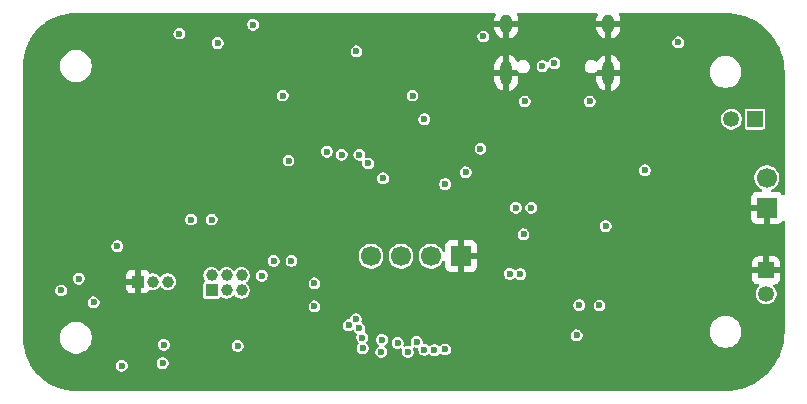
<source format=gbr>
%TF.GenerationSoftware,KiCad,Pcbnew,9.0.1*%
%TF.CreationDate,2025-11-02T14:12:38-06:00*%
%TF.ProjectId,OM-FlexGrid-Rigid-PCB,4f4d2d46-6c65-4784-9772-69642d526967,rev?*%
%TF.SameCoordinates,Original*%
%TF.FileFunction,Copper,L2,Inr*%
%TF.FilePolarity,Positive*%
%FSLAX46Y46*%
G04 Gerber Fmt 4.6, Leading zero omitted, Abs format (unit mm)*
G04 Created by KiCad (PCBNEW 9.0.1) date 2025-11-02 14:12:38*
%MOMM*%
%LPD*%
G01*
G04 APERTURE LIST*
%TA.AperFunction,ComponentPad*%
%ADD10R,1.000000X1.000000*%
%TD*%
%TA.AperFunction,ComponentPad*%
%ADD11C,1.000000*%
%TD*%
%TA.AperFunction,ComponentPad*%
%ADD12R,1.350000X1.350000*%
%TD*%
%TA.AperFunction,ComponentPad*%
%ADD13C,1.350000*%
%TD*%
%TA.AperFunction,ComponentPad*%
%ADD14R,1.700000X1.700000*%
%TD*%
%TA.AperFunction,ComponentPad*%
%ADD15C,1.700000*%
%TD*%
%TA.AperFunction,HeatsinkPad*%
%ADD16O,1.000000X2.100000*%
%TD*%
%TA.AperFunction,HeatsinkPad*%
%ADD17O,1.000000X1.600000*%
%TD*%
%TA.AperFunction,ViaPad*%
%ADD18C,0.600000*%
%TD*%
G04 APERTURE END LIST*
D10*
%TO.N,GP41*%
%TO.C,J1*%
X168480000Y-122500000D03*
D11*
%TO.N,SPI_MOSI*%
X168480000Y-121230000D03*
%TO.N,SPI_SCK*%
X169750000Y-122500000D03*
%TO.N,SPI_MISO*%
X169750000Y-121230000D03*
%TO.N,CS*%
X171020000Y-122500000D03*
%TO.N,GP40*%
X171020000Y-121230000D03*
%TD*%
D12*
%TO.N,GND*%
%TO.C,J7*%
X215450000Y-120800000D03*
D13*
%TO.N,+3V3*%
X215450000Y-122800000D03*
%TD*%
D14*
%TO.N,GND*%
%TO.C,J2*%
X215500000Y-115500000D03*
D15*
%TO.N,VBAT*%
X215500000Y-112960000D03*
%TD*%
D14*
%TO.N,GND*%
%TO.C,SCRN1*%
X189600000Y-119600000D03*
D15*
%TO.N,+3V3*%
X187060000Y-119600000D03*
%TO.N,SCL*%
X184520000Y-119600000D03*
%TO.N,SDA*%
X181980000Y-119600000D03*
%TD*%
D16*
%TO.N,GND*%
%TO.C,J4*%
X202070000Y-104085000D03*
D17*
X202070000Y-99905000D03*
D16*
X193430000Y-104085000D03*
D17*
X193430000Y-99905000D03*
%TD*%
D10*
%TO.N,GND*%
%TO.C,J6*%
X162230000Y-121750000D03*
D11*
%TO.N,RX*%
X163500000Y-121750000D03*
%TO.N,TX*%
X164770000Y-121750000D03*
%TD*%
D12*
%TO.N,VBAT*%
%TO.C,J5*%
X214500000Y-108000000D03*
D13*
%TO.N,MotorGND*%
X212500000Y-108000000D03*
%TD*%
D18*
%TO.N,GND*%
X198500000Y-109650000D03*
X209350000Y-117000000D03*
X161000000Y-101000000D03*
X183000000Y-111500000D03*
X154300000Y-114550000D03*
X169900000Y-125500000D03*
X207375000Y-124625000D03*
X204750000Y-125450000D03*
X174950000Y-109950000D03*
X154300000Y-108400000D03*
X182500000Y-106500000D03*
X180850000Y-117499000D03*
X170500000Y-106000000D03*
X193575000Y-122325000D03*
X163700000Y-125500000D03*
X166800000Y-125500000D03*
X200299435Y-125449435D03*
X170040000Y-109960000D03*
X194000000Y-112000000D03*
X167112500Y-104887500D03*
X178750000Y-100000000D03*
X160500000Y-125500000D03*
X177850000Y-112750000D03*
X208000000Y-111000000D03*
%TO.N,EN*%
X208000000Y-101500000D03*
%TO.N,+3V3*%
X205175000Y-112325000D03*
X201324464Y-123774464D03*
X180750000Y-102250000D03*
X201850000Y-117050000D03*
X174500000Y-106000000D03*
%TO.N,VBUS*%
X168500000Y-116500000D03*
X186500000Y-108000000D03*
X175000000Y-111500000D03*
X200500000Y-106500000D03*
X195000000Y-106500000D03*
%TO.N,Net-(D2-K)*%
X190000000Y-112500000D03*
X185500000Y-106000000D03*
%TO.N,GP40*%
X157250000Y-121500000D03*
%TO.N,SCL*%
X175250000Y-120000000D03*
%TO.N,GP41*%
X155750000Y-122500000D03*
%TO.N,ROW_3*%
X160875000Y-128875000D03*
X166750000Y-116500000D03*
X158500000Y-123500000D03*
%TO.N,COL_11*%
X185850000Y-126850000D03*
%TO.N,COL_9*%
X184250000Y-126950000D03*
%TO.N,COL_0*%
X177200000Y-121900000D03*
%TO.N,COL_2*%
X180080832Y-125456592D03*
%TO.N,COL_4*%
X181000000Y-125700000D03*
%TO.N,COL_1*%
X177200000Y-123850000D03*
%TO.N,COL_13*%
X187350000Y-127550000D03*
%TO.N,ROW_1*%
X164450057Y-127100000D03*
%TO.N,COL_6*%
X181275000Y-127375000D03*
X199610700Y-123750329D03*
%TO.N,COL_10*%
X185100000Y-127700000D03*
%TO.N,COL_5*%
X181250000Y-126500000D03*
%TO.N,COL_8*%
X182850000Y-127700000D03*
%TO.N,ROW_2*%
X164350000Y-128650000D03*
%TO.N,ROW_0*%
X170700000Y-127200000D03*
%TO.N,COL_12*%
X186500000Y-127539509D03*
%TO.N,COL_7*%
X182925000Y-126675000D03*
X199400000Y-126300000D03*
%TO.N,COL_3*%
X180700000Y-124950000D03*
%TO.N,COL_14*%
X188250000Y-127500000D03*
%TO.N,D-*%
X196500000Y-103500000D03*
%TO.N,D+*%
X197500000Y-103250000D03*
%TO.N,SPI_SCK*%
X172750000Y-121250000D03*
%TO.N,ADC_BAT*%
X188250000Y-113500000D03*
%TO.N,Net-(MAX1-In)*%
X172000000Y-100000000D03*
X169000000Y-101550000D03*
%TO.N,VBAT*%
X191250000Y-110500000D03*
%TO.N,PWR_OFF*%
X165750000Y-100750000D03*
%TO.N,S3*%
X194250000Y-115500000D03*
X178250000Y-110750000D03*
%TO.N,GP16_E*%
X179500000Y-111000000D03*
X195550000Y-115500000D03*
%TO.N,S0*%
X193750000Y-121100000D03*
X183000000Y-113000000D03*
%TO.N,S2*%
X181000000Y-111000000D03*
X194900000Y-117750000D03*
%TO.N,S1*%
X194625000Y-121125000D03*
X181750000Y-111750000D03*
%TO.N,MENU*%
X160500000Y-118750000D03*
%TO.N,100*%
X191500000Y-101000000D03*
%TO.N,SELECT*%
X173750000Y-120000000D03*
%TD*%
%TA.AperFunction,Conductor*%
%TO.N,GND*%
G36*
X192479459Y-99020185D02*
G01*
X192525214Y-99072989D01*
X192535158Y-99142147D01*
X192526981Y-99171952D01*
X192468430Y-99313306D01*
X192468427Y-99313318D01*
X192430000Y-99506504D01*
X192430000Y-99655000D01*
X193130000Y-99655000D01*
X193130000Y-100155000D01*
X192430000Y-100155000D01*
X192430000Y-100303495D01*
X192468427Y-100496681D01*
X192468430Y-100496693D01*
X192543807Y-100678671D01*
X192543814Y-100678684D01*
X192653248Y-100842462D01*
X192653251Y-100842466D01*
X192792533Y-100981748D01*
X192792537Y-100981751D01*
X192956315Y-101091185D01*
X192956328Y-101091192D01*
X193138308Y-101166569D01*
X193180000Y-101174862D01*
X193180000Y-100371988D01*
X193189940Y-100389205D01*
X193245795Y-100445060D01*
X193314204Y-100484556D01*
X193390504Y-100505000D01*
X193469496Y-100505000D01*
X193545796Y-100484556D01*
X193614205Y-100445060D01*
X193670060Y-100389205D01*
X193680000Y-100371988D01*
X193680000Y-101174862D01*
X193721690Y-101166569D01*
X193721692Y-101166569D01*
X193903671Y-101091192D01*
X193903684Y-101091185D01*
X194067462Y-100981751D01*
X194067466Y-100981748D01*
X194206748Y-100842466D01*
X194206751Y-100842462D01*
X194316185Y-100678684D01*
X194316192Y-100678671D01*
X194391569Y-100496693D01*
X194391572Y-100496681D01*
X194429999Y-100303495D01*
X194430000Y-100303492D01*
X194430000Y-100155000D01*
X193730000Y-100155000D01*
X193730000Y-99655000D01*
X194430000Y-99655000D01*
X194430000Y-99506508D01*
X194429999Y-99506504D01*
X194391572Y-99313318D01*
X194391569Y-99313306D01*
X194333019Y-99171952D01*
X194325550Y-99102483D01*
X194356825Y-99040004D01*
X194416914Y-99004352D01*
X194447580Y-99000500D01*
X201052420Y-99000500D01*
X201119459Y-99020185D01*
X201165214Y-99072989D01*
X201175158Y-99142147D01*
X201166981Y-99171952D01*
X201108430Y-99313306D01*
X201108427Y-99313318D01*
X201070000Y-99506504D01*
X201070000Y-99655000D01*
X201770000Y-99655000D01*
X201770000Y-100155000D01*
X201070000Y-100155000D01*
X201070000Y-100303495D01*
X201108427Y-100496681D01*
X201108430Y-100496693D01*
X201183807Y-100678671D01*
X201183814Y-100678684D01*
X201293248Y-100842462D01*
X201293251Y-100842466D01*
X201432533Y-100981748D01*
X201432537Y-100981751D01*
X201596315Y-101091185D01*
X201596328Y-101091192D01*
X201778308Y-101166569D01*
X201820000Y-101174862D01*
X201820000Y-100371988D01*
X201829940Y-100389205D01*
X201885795Y-100445060D01*
X201954204Y-100484556D01*
X202030504Y-100505000D01*
X202109496Y-100505000D01*
X202185796Y-100484556D01*
X202254205Y-100445060D01*
X202310060Y-100389205D01*
X202320000Y-100371988D01*
X202320000Y-101174862D01*
X202361690Y-101166569D01*
X202361692Y-101166569D01*
X202543671Y-101091192D01*
X202543684Y-101091185D01*
X202707462Y-100981751D01*
X202707466Y-100981748D01*
X202846748Y-100842466D01*
X202846751Y-100842462D01*
X202956185Y-100678684D01*
X202956192Y-100678671D01*
X203031569Y-100496693D01*
X203031572Y-100496681D01*
X203069999Y-100303495D01*
X203070000Y-100303492D01*
X203070000Y-100155000D01*
X202370000Y-100155000D01*
X202370000Y-99655000D01*
X203070000Y-99655000D01*
X203070000Y-99506508D01*
X203069999Y-99506504D01*
X203031572Y-99313318D01*
X203031569Y-99313306D01*
X202973019Y-99171952D01*
X202965550Y-99102483D01*
X202996825Y-99040004D01*
X203056914Y-99004352D01*
X203087580Y-99000500D01*
X211934108Y-99000500D01*
X211997439Y-99000500D01*
X212002562Y-99000605D01*
X212407746Y-99017364D01*
X212417919Y-99018207D01*
X212817817Y-99068054D01*
X212827901Y-99069737D01*
X213222294Y-99152432D01*
X213232208Y-99154942D01*
X213618436Y-99269928D01*
X213628104Y-99273247D01*
X213863092Y-99364940D01*
X214003502Y-99419728D01*
X214012887Y-99423845D01*
X214374880Y-99600813D01*
X214383894Y-99605690D01*
X214730070Y-99811966D01*
X214738638Y-99817564D01*
X215066593Y-100051719D01*
X215074668Y-100058005D01*
X215189190Y-100155000D01*
X215382155Y-100318433D01*
X215389695Y-100325374D01*
X215674625Y-100610304D01*
X215681566Y-100617844D01*
X215941989Y-100925325D01*
X215948282Y-100933410D01*
X216055522Y-101083608D01*
X216182431Y-101261355D01*
X216188037Y-101269935D01*
X216394309Y-101616105D01*
X216399186Y-101625119D01*
X216576154Y-101987112D01*
X216580271Y-101996497D01*
X216726747Y-102371883D01*
X216730075Y-102381576D01*
X216845053Y-102767778D01*
X216847569Y-102777714D01*
X216930260Y-103172089D01*
X216931947Y-103182197D01*
X216981790Y-103582059D01*
X216982636Y-103592273D01*
X216999394Y-103997437D01*
X216999500Y-104002561D01*
X216999500Y-114310730D01*
X216979815Y-114377769D01*
X216927011Y-114423524D01*
X216857853Y-114433468D01*
X216794297Y-114404443D01*
X216776234Y-114385042D01*
X216707187Y-114292809D01*
X216592093Y-114206649D01*
X216592086Y-114206645D01*
X216457379Y-114156403D01*
X216457372Y-114156401D01*
X216397844Y-114150000D01*
X215995565Y-114150000D01*
X215928526Y-114130315D01*
X215882771Y-114077511D01*
X215872827Y-114008353D01*
X215901852Y-113944797D01*
X215948112Y-113911439D01*
X215953608Y-113909162D01*
X215997598Y-113890941D01*
X216169655Y-113775977D01*
X216315977Y-113629655D01*
X216430941Y-113457598D01*
X216510130Y-113266420D01*
X216550500Y-113063465D01*
X216550500Y-112856535D01*
X216510130Y-112653580D01*
X216430941Y-112462402D01*
X216315977Y-112290345D01*
X216315975Y-112290342D01*
X216169657Y-112144024D01*
X216004406Y-112033608D01*
X215997598Y-112029059D01*
X215970141Y-112017686D01*
X215806420Y-111949870D01*
X215806412Y-111949868D01*
X215603469Y-111909500D01*
X215603465Y-111909500D01*
X215396535Y-111909500D01*
X215396530Y-111909500D01*
X215193587Y-111949868D01*
X215193579Y-111949870D01*
X215002403Y-112029058D01*
X214830342Y-112144024D01*
X214684024Y-112290342D01*
X214569058Y-112462403D01*
X214489870Y-112653579D01*
X214489868Y-112653587D01*
X214449500Y-112856530D01*
X214449500Y-113063469D01*
X214475303Y-113193187D01*
X214489870Y-113266420D01*
X214569059Y-113457598D01*
X214574935Y-113466392D01*
X214684024Y-113629657D01*
X214830342Y-113775975D01*
X214830345Y-113775977D01*
X215002402Y-113890941D01*
X215041993Y-113907340D01*
X215051888Y-113911439D01*
X215106291Y-113955280D01*
X215128356Y-114021574D01*
X215111077Y-114089274D01*
X215059939Y-114136884D01*
X215004435Y-114150000D01*
X214602155Y-114150000D01*
X214542627Y-114156401D01*
X214542620Y-114156403D01*
X214407913Y-114206645D01*
X214407906Y-114206649D01*
X214292812Y-114292809D01*
X214292809Y-114292812D01*
X214206649Y-114407906D01*
X214206645Y-114407913D01*
X214156403Y-114542620D01*
X214156401Y-114542627D01*
X214150000Y-114602155D01*
X214150000Y-115250000D01*
X215066988Y-115250000D01*
X215034075Y-115307007D01*
X215000000Y-115434174D01*
X215000000Y-115565826D01*
X215034075Y-115692993D01*
X215066988Y-115750000D01*
X214150000Y-115750000D01*
X214150000Y-116397844D01*
X214156401Y-116457372D01*
X214156403Y-116457379D01*
X214206645Y-116592086D01*
X214206649Y-116592093D01*
X214292809Y-116707187D01*
X214292812Y-116707190D01*
X214407906Y-116793350D01*
X214407913Y-116793354D01*
X214542620Y-116843596D01*
X214542627Y-116843598D01*
X214602155Y-116849999D01*
X214602172Y-116850000D01*
X215250000Y-116850000D01*
X215250000Y-115933012D01*
X215307007Y-115965925D01*
X215434174Y-116000000D01*
X215565826Y-116000000D01*
X215692993Y-115965925D01*
X215750000Y-115933012D01*
X215750000Y-116850000D01*
X216397828Y-116850000D01*
X216397844Y-116849999D01*
X216457372Y-116843598D01*
X216457379Y-116843596D01*
X216592086Y-116793354D01*
X216592093Y-116793350D01*
X216707187Y-116707190D01*
X216707190Y-116707187D01*
X216776234Y-116614958D01*
X216832168Y-116573087D01*
X216901859Y-116568103D01*
X216963182Y-116601589D01*
X216996666Y-116662912D01*
X216999500Y-116689269D01*
X216999500Y-125997438D01*
X216999394Y-126002562D01*
X216982636Y-126407726D01*
X216981790Y-126417940D01*
X216931947Y-126817802D01*
X216930260Y-126827910D01*
X216847569Y-127222285D01*
X216845053Y-127232221D01*
X216730075Y-127618423D01*
X216726747Y-127628116D01*
X216580271Y-128003502D01*
X216576154Y-128012887D01*
X216399186Y-128374880D01*
X216394309Y-128383894D01*
X216188037Y-128730064D01*
X216182431Y-128738644D01*
X215948284Y-129066587D01*
X215941989Y-129074674D01*
X215681566Y-129382155D01*
X215674625Y-129389695D01*
X215389695Y-129674625D01*
X215382155Y-129681566D01*
X215074674Y-129941989D01*
X215066587Y-129948284D01*
X214738644Y-130182431D01*
X214730064Y-130188037D01*
X214383894Y-130394309D01*
X214374880Y-130399186D01*
X214012887Y-130576154D01*
X214003502Y-130580271D01*
X213628116Y-130726747D01*
X213618423Y-130730075D01*
X213232221Y-130845053D01*
X213222285Y-130847569D01*
X212827910Y-130930260D01*
X212817802Y-130931947D01*
X212417940Y-130981790D01*
X212407726Y-130982636D01*
X212002563Y-130999394D01*
X211997439Y-130999500D01*
X157002706Y-130999500D01*
X156997297Y-130999382D01*
X156613249Y-130982614D01*
X156602473Y-130981671D01*
X156224042Y-130931849D01*
X156213389Y-130929971D01*
X155840727Y-130847354D01*
X155830278Y-130844554D01*
X155466244Y-130729775D01*
X155456078Y-130726075D01*
X155103427Y-130580002D01*
X155093623Y-130575430D01*
X154755057Y-130399183D01*
X154745689Y-130393775D01*
X154423755Y-130188681D01*
X154414894Y-130182476D01*
X154112069Y-129950110D01*
X154103782Y-129943156D01*
X153822364Y-129685284D01*
X153814715Y-129677635D01*
X153556843Y-129396217D01*
X153549889Y-129387930D01*
X153317523Y-129085105D01*
X153311318Y-129076244D01*
X153306185Y-129068187D01*
X153141134Y-128809108D01*
X160374500Y-128809108D01*
X160374500Y-128940891D01*
X160408608Y-129068187D01*
X160418376Y-129085105D01*
X160474500Y-129182314D01*
X160567686Y-129275500D01*
X160681814Y-129341392D01*
X160809108Y-129375500D01*
X160809110Y-129375500D01*
X160940890Y-129375500D01*
X160940892Y-129375500D01*
X161068186Y-129341392D01*
X161182314Y-129275500D01*
X161275500Y-129182314D01*
X161341392Y-129068186D01*
X161375500Y-128940892D01*
X161375500Y-128809108D01*
X161341392Y-128681814D01*
X161284981Y-128584108D01*
X163849500Y-128584108D01*
X163849500Y-128715892D01*
X163854477Y-128734467D01*
X163883608Y-128843187D01*
X163897707Y-128867606D01*
X163949500Y-128957314D01*
X164042686Y-129050500D01*
X164156814Y-129116392D01*
X164284108Y-129150500D01*
X164284110Y-129150500D01*
X164415890Y-129150500D01*
X164415892Y-129150500D01*
X164543186Y-129116392D01*
X164657314Y-129050500D01*
X164750500Y-128957314D01*
X164816392Y-128843186D01*
X164850500Y-128715892D01*
X164850500Y-128584108D01*
X164816392Y-128456814D01*
X164750500Y-128342686D01*
X164657314Y-128249500D01*
X164572442Y-128200499D01*
X164543187Y-128183608D01*
X164478931Y-128166391D01*
X164415892Y-128149500D01*
X164284108Y-128149500D01*
X164156812Y-128183608D01*
X164042686Y-128249500D01*
X164042683Y-128249502D01*
X163949502Y-128342683D01*
X163949500Y-128342686D01*
X163883608Y-128456812D01*
X163871719Y-128501185D01*
X163849500Y-128584108D01*
X161284981Y-128584108D01*
X161275500Y-128567686D01*
X161182314Y-128474500D01*
X161125250Y-128441554D01*
X161068187Y-128408608D01*
X160975951Y-128383894D01*
X160940892Y-128374500D01*
X160809108Y-128374500D01*
X160681812Y-128408608D01*
X160567686Y-128474500D01*
X160567683Y-128474502D01*
X160474502Y-128567683D01*
X160474500Y-128567686D01*
X160408608Y-128681812D01*
X160374500Y-128809108D01*
X153141134Y-128809108D01*
X153106223Y-128754309D01*
X153100816Y-128744942D01*
X152924566Y-128406369D01*
X152919997Y-128396572D01*
X152911012Y-128374880D01*
X152773920Y-128043911D01*
X152770224Y-128033755D01*
X152655442Y-127669710D01*
X152652648Y-127659284D01*
X152570025Y-127286597D01*
X152568152Y-127275971D01*
X152518326Y-126897506D01*
X152517386Y-126886771D01*
X152500618Y-126502702D01*
X152500500Y-126497293D01*
X152500500Y-126393713D01*
X155649500Y-126393713D01*
X155649500Y-126606286D01*
X155682753Y-126816239D01*
X155682753Y-126816241D01*
X155682754Y-126816243D01*
X155747624Y-127015892D01*
X155748444Y-127018414D01*
X155844951Y-127207820D01*
X155969890Y-127379786D01*
X156120213Y-127530109D01*
X156292179Y-127655048D01*
X156292181Y-127655049D01*
X156292184Y-127655051D01*
X156481588Y-127751557D01*
X156683757Y-127817246D01*
X156893713Y-127850500D01*
X156893714Y-127850500D01*
X157106286Y-127850500D01*
X157106287Y-127850500D01*
X157316243Y-127817246D01*
X157518412Y-127751557D01*
X157707816Y-127655051D01*
X157751470Y-127623335D01*
X157879786Y-127530109D01*
X157879788Y-127530106D01*
X157879792Y-127530104D01*
X158030104Y-127379792D01*
X158030106Y-127379788D01*
X158030109Y-127379786D01*
X158146460Y-127219640D01*
X158155051Y-127207816D01*
X158243560Y-127034108D01*
X163949557Y-127034108D01*
X163949557Y-127165892D01*
X163960841Y-127208006D01*
X163983665Y-127293187D01*
X163997063Y-127316392D01*
X164049557Y-127407314D01*
X164142743Y-127500500D01*
X164228966Y-127550281D01*
X164256001Y-127565890D01*
X164256871Y-127566392D01*
X164384165Y-127600500D01*
X164384167Y-127600500D01*
X164515947Y-127600500D01*
X164515949Y-127600500D01*
X164643243Y-127566392D01*
X164757371Y-127500500D01*
X164850557Y-127407314D01*
X164916449Y-127293186D01*
X164950557Y-127165892D01*
X164950557Y-127134108D01*
X170199500Y-127134108D01*
X170199500Y-127265892D01*
X170208505Y-127299500D01*
X170233608Y-127393187D01*
X170261151Y-127440892D01*
X170299500Y-127507314D01*
X170392686Y-127600500D01*
X170506814Y-127666392D01*
X170634108Y-127700500D01*
X170634110Y-127700500D01*
X170765890Y-127700500D01*
X170765892Y-127700500D01*
X170893186Y-127666392D01*
X171007314Y-127600500D01*
X171100500Y-127507314D01*
X171166392Y-127393186D01*
X171200500Y-127265892D01*
X171200500Y-127134108D01*
X171166392Y-127006814D01*
X171100500Y-126892686D01*
X171007314Y-126799500D01*
X170933380Y-126756814D01*
X170893187Y-126733608D01*
X170829539Y-126716554D01*
X170765892Y-126699500D01*
X170634108Y-126699500D01*
X170506812Y-126733608D01*
X170392686Y-126799500D01*
X170392683Y-126799502D01*
X170299502Y-126892683D01*
X170299500Y-126892686D01*
X170233608Y-127006812D01*
X170199500Y-127134108D01*
X164950557Y-127134108D01*
X164950557Y-127034108D01*
X164916449Y-126906814D01*
X164850557Y-126792686D01*
X164757371Y-126699500D01*
X164683437Y-126656814D01*
X164643244Y-126633608D01*
X164551814Y-126609110D01*
X164515949Y-126599500D01*
X164384165Y-126599500D01*
X164256869Y-126633608D01*
X164142743Y-126699500D01*
X164142740Y-126699502D01*
X164049559Y-126792683D01*
X164049557Y-126792686D01*
X163983665Y-126906812D01*
X163958830Y-126999500D01*
X163949557Y-127034108D01*
X158243560Y-127034108D01*
X158251557Y-127018412D01*
X158317246Y-126816243D01*
X158350500Y-126606287D01*
X158350500Y-126393713D01*
X158317246Y-126183757D01*
X158251557Y-125981588D01*
X158155051Y-125792184D01*
X158155049Y-125792181D01*
X158155048Y-125792179D01*
X158030109Y-125620213D01*
X157879786Y-125469890D01*
X157770789Y-125390700D01*
X179580332Y-125390700D01*
X179580332Y-125522483D01*
X179614440Y-125649779D01*
X179647386Y-125706842D01*
X179680332Y-125763906D01*
X179773518Y-125857092D01*
X179887646Y-125922984D01*
X180014940Y-125957092D01*
X180014942Y-125957092D01*
X180146722Y-125957092D01*
X180146724Y-125957092D01*
X180274018Y-125922984D01*
X180374227Y-125865127D01*
X180442123Y-125848655D01*
X180508151Y-125871507D01*
X180543612Y-125910514D01*
X180599500Y-126007314D01*
X180692686Y-126100500D01*
X180742521Y-126129272D01*
X180742827Y-126129449D01*
X180791042Y-126180017D01*
X180804264Y-126248624D01*
X180788215Y-126298833D01*
X180783609Y-126306810D01*
X180783609Y-126306811D01*
X180783609Y-126306812D01*
X180783608Y-126306814D01*
X180749500Y-126434108D01*
X180749500Y-126565892D01*
X180761080Y-126609108D01*
X180783608Y-126693187D01*
X180811151Y-126740892D01*
X180849500Y-126807314D01*
X180849502Y-126807316D01*
X180904504Y-126862318D01*
X180937989Y-126923641D01*
X180933005Y-126993333D01*
X180904507Y-127037678D01*
X180874500Y-127067686D01*
X180808608Y-127181812D01*
X180784749Y-127270856D01*
X180774500Y-127309108D01*
X180774500Y-127440892D01*
X180790472Y-127500500D01*
X180808608Y-127568187D01*
X180830094Y-127605401D01*
X180874500Y-127682314D01*
X180967686Y-127775500D01*
X181081814Y-127841392D01*
X181209108Y-127875500D01*
X181209110Y-127875500D01*
X181340890Y-127875500D01*
X181340892Y-127875500D01*
X181468186Y-127841392D01*
X181582314Y-127775500D01*
X181675500Y-127682314D01*
X181703332Y-127634108D01*
X182349500Y-127634108D01*
X182349500Y-127765892D01*
X182361220Y-127809633D01*
X182383608Y-127893187D01*
X182410640Y-127940006D01*
X182449500Y-128007314D01*
X182542686Y-128100500D01*
X182656814Y-128166392D01*
X182784108Y-128200500D01*
X182784110Y-128200500D01*
X182915890Y-128200500D01*
X182915892Y-128200500D01*
X183043186Y-128166392D01*
X183157314Y-128100500D01*
X183250500Y-128007314D01*
X183316392Y-127893186D01*
X183350500Y-127765892D01*
X183350500Y-127634108D01*
X183316392Y-127506814D01*
X183250500Y-127392686D01*
X183157314Y-127299500D01*
X183157024Y-127299210D01*
X183123539Y-127237887D01*
X183128523Y-127168195D01*
X183170395Y-127112262D01*
X183182705Y-127104142D01*
X183205375Y-127091053D01*
X183232314Y-127075500D01*
X183325500Y-126982314D01*
X183382199Y-126884108D01*
X183749500Y-126884108D01*
X183749500Y-127015892D01*
X183755694Y-127039009D01*
X183783608Y-127143187D01*
X183804577Y-127179505D01*
X183849500Y-127257314D01*
X183942686Y-127350500D01*
X184033601Y-127402990D01*
X184056810Y-127416390D01*
X184056814Y-127416392D01*
X184184108Y-127450500D01*
X184184110Y-127450500D01*
X184315890Y-127450500D01*
X184315892Y-127450500D01*
X184443186Y-127416392D01*
X184443193Y-127416387D01*
X184450700Y-127413280D01*
X184451858Y-127416076D01*
X184505728Y-127402990D01*
X184571762Y-127425822D01*
X184614969Y-127480730D01*
X184621631Y-127550281D01*
X184619640Y-127558942D01*
X184599500Y-127634108D01*
X184599500Y-127765892D01*
X184611220Y-127809633D01*
X184633608Y-127893187D01*
X184660640Y-127940006D01*
X184699500Y-128007314D01*
X184792686Y-128100500D01*
X184906814Y-128166392D01*
X185034108Y-128200500D01*
X185034110Y-128200500D01*
X185165890Y-128200500D01*
X185165892Y-128200500D01*
X185293186Y-128166392D01*
X185407314Y-128100500D01*
X185500500Y-128007314D01*
X185566392Y-127893186D01*
X185600500Y-127765892D01*
X185600500Y-127634108D01*
X185566392Y-127506814D01*
X185566389Y-127506809D01*
X185563280Y-127499300D01*
X185565828Y-127498244D01*
X185558624Y-127487530D01*
X185558168Y-127465577D01*
X185552991Y-127444240D01*
X185557458Y-127431330D01*
X185557175Y-127417675D01*
X185568659Y-127398961D01*
X185575840Y-127378212D01*
X185586575Y-127369768D01*
X185593721Y-127358126D01*
X185613501Y-127348591D01*
X185630759Y-127335019D01*
X185645693Y-127333075D01*
X185656661Y-127327789D01*
X185678185Y-127328847D01*
X185691948Y-127327056D01*
X185700551Y-127328111D01*
X185784108Y-127350500D01*
X185883080Y-127350500D01*
X185890597Y-127351422D01*
X185916001Y-127362392D01*
X185942539Y-127370185D01*
X185947617Y-127376045D01*
X185954741Y-127379122D01*
X185970182Y-127402086D01*
X185988294Y-127422989D01*
X185990234Y-127431910D01*
X185993727Y-127437104D01*
X185993975Y-127449107D01*
X185999500Y-127474500D01*
X185999500Y-127605401D01*
X186012803Y-127655048D01*
X186033608Y-127732696D01*
X186066554Y-127789759D01*
X186099500Y-127846823D01*
X186192686Y-127940009D01*
X186306814Y-128005901D01*
X186434108Y-128040009D01*
X186434110Y-128040009D01*
X186565890Y-128040009D01*
X186565892Y-128040009D01*
X186693186Y-128005901D01*
X186807314Y-127940009D01*
X186832075Y-127915247D01*
X186893394Y-127881764D01*
X186963086Y-127886748D01*
X187007435Y-127915249D01*
X187042686Y-127950500D01*
X187156814Y-128016392D01*
X187284108Y-128050500D01*
X187284110Y-128050500D01*
X187415890Y-128050500D01*
X187415892Y-128050500D01*
X187543186Y-128016392D01*
X187657314Y-127950500D01*
X187737319Y-127870495D01*
X187798642Y-127837010D01*
X187868334Y-127841994D01*
X187912681Y-127870495D01*
X187942686Y-127900500D01*
X188056814Y-127966392D01*
X188184108Y-128000500D01*
X188184110Y-128000500D01*
X188315890Y-128000500D01*
X188315892Y-128000500D01*
X188443186Y-127966392D01*
X188557314Y-127900500D01*
X188650500Y-127807314D01*
X188716392Y-127693186D01*
X188750500Y-127565892D01*
X188750500Y-127434108D01*
X188716392Y-127306814D01*
X188650500Y-127192686D01*
X188557314Y-127099500D01*
X188474789Y-127051854D01*
X188443187Y-127033608D01*
X188377053Y-127015888D01*
X188315892Y-126999500D01*
X188184108Y-126999500D01*
X188056812Y-127033608D01*
X187942686Y-127099500D01*
X187942683Y-127099502D01*
X187862681Y-127179505D01*
X187801358Y-127212990D01*
X187731666Y-127208006D01*
X187687319Y-127179505D01*
X187657316Y-127149502D01*
X187657314Y-127149500D01*
X187592816Y-127112262D01*
X187543187Y-127083608D01*
X187479539Y-127066554D01*
X187415892Y-127049500D01*
X187284108Y-127049500D01*
X187156812Y-127083608D01*
X187042686Y-127149500D01*
X187017925Y-127174261D01*
X186956601Y-127207745D01*
X186886910Y-127202759D01*
X186842564Y-127174259D01*
X186807316Y-127139011D01*
X186807314Y-127139009D01*
X186724252Y-127091053D01*
X186693187Y-127073117D01*
X186629539Y-127056063D01*
X186565892Y-127039009D01*
X186474500Y-127039009D01*
X186407461Y-127019324D01*
X186361706Y-126966520D01*
X186350500Y-126915009D01*
X186350500Y-126784110D01*
X186350500Y-126784108D01*
X186316392Y-126656814D01*
X186250500Y-126542686D01*
X186157314Y-126449500D01*
X186093843Y-126412855D01*
X186043187Y-126383608D01*
X185977061Y-126365890D01*
X185915892Y-126349500D01*
X185784108Y-126349500D01*
X185656812Y-126383608D01*
X185542686Y-126449500D01*
X185542683Y-126449502D01*
X185449502Y-126542683D01*
X185449500Y-126542686D01*
X185383608Y-126656812D01*
X185356814Y-126756812D01*
X185349500Y-126784108D01*
X185349500Y-126915892D01*
X185382132Y-127037678D01*
X185383609Y-127043188D01*
X185386720Y-127050700D01*
X185383932Y-127051854D01*
X185397007Y-127105782D01*
X185374146Y-127171806D01*
X185319219Y-127214989D01*
X185249664Y-127221621D01*
X185241063Y-127219641D01*
X185165892Y-127199500D01*
X185034108Y-127199500D01*
X184906814Y-127233608D01*
X184906813Y-127233608D01*
X184906811Y-127233609D01*
X184899300Y-127236720D01*
X184898147Y-127233936D01*
X184844186Y-127247005D01*
X184778168Y-127224128D01*
X184734999Y-127169190D01*
X184728384Y-127099634D01*
X184730347Y-127091102D01*
X184750500Y-127015892D01*
X184750500Y-126884108D01*
X184716392Y-126756814D01*
X184650500Y-126642686D01*
X184557314Y-126549500D01*
X184471578Y-126500000D01*
X184443187Y-126483608D01*
X184379539Y-126466554D01*
X184315892Y-126449500D01*
X184184108Y-126449500D01*
X184056812Y-126483608D01*
X183942686Y-126549500D01*
X183942683Y-126549502D01*
X183849502Y-126642683D01*
X183849500Y-126642686D01*
X183783608Y-126756812D01*
X183753766Y-126868186D01*
X183749500Y-126884108D01*
X183382199Y-126884108D01*
X183391392Y-126868186D01*
X183425500Y-126740892D01*
X183425500Y-126609108D01*
X183391392Y-126481814D01*
X183325500Y-126367686D01*
X183232314Y-126274500D01*
X183162353Y-126234108D01*
X198899500Y-126234108D01*
X198899500Y-126365891D01*
X198933608Y-126493187D01*
X198935979Y-126497293D01*
X198999500Y-126607314D01*
X199092686Y-126700500D01*
X199206814Y-126766392D01*
X199334108Y-126800500D01*
X199334110Y-126800500D01*
X199465890Y-126800500D01*
X199465892Y-126800500D01*
X199593186Y-126766392D01*
X199707314Y-126700500D01*
X199800500Y-126607314D01*
X199866392Y-126493186D01*
X199900500Y-126365892D01*
X199900500Y-126234108D01*
X199866392Y-126106814D01*
X199800500Y-125992686D01*
X199707314Y-125899500D01*
X199697291Y-125893713D01*
X210649500Y-125893713D01*
X210649500Y-126106287D01*
X210653169Y-126129449D01*
X210681260Y-126306814D01*
X210682754Y-126316243D01*
X210743338Y-126502702D01*
X210748444Y-126518414D01*
X210844951Y-126707820D01*
X210969890Y-126879786D01*
X211120213Y-127030109D01*
X211292179Y-127155048D01*
X211292181Y-127155049D01*
X211292184Y-127155051D01*
X211481588Y-127251557D01*
X211683757Y-127317246D01*
X211893713Y-127350500D01*
X211893714Y-127350500D01*
X212106286Y-127350500D01*
X212106287Y-127350500D01*
X212316243Y-127317246D01*
X212518412Y-127251557D01*
X212707816Y-127155051D01*
X212736642Y-127134108D01*
X212879786Y-127030109D01*
X212879788Y-127030106D01*
X212879792Y-127030104D01*
X213030104Y-126879792D01*
X213030106Y-126879788D01*
X213030109Y-126879786D01*
X213155048Y-126707820D01*
X213155047Y-126707820D01*
X213155051Y-126707816D01*
X213251557Y-126518412D01*
X213317246Y-126316243D01*
X213350500Y-126106287D01*
X213350500Y-125893713D01*
X213317246Y-125683757D01*
X213251557Y-125481588D01*
X213155051Y-125292184D01*
X213155049Y-125292181D01*
X213155048Y-125292179D01*
X213030109Y-125120213D01*
X212879786Y-124969890D01*
X212707820Y-124844951D01*
X212518414Y-124748444D01*
X212518413Y-124748443D01*
X212518412Y-124748443D01*
X212316243Y-124682754D01*
X212316241Y-124682753D01*
X212316240Y-124682753D01*
X212154957Y-124657208D01*
X212106287Y-124649500D01*
X211893713Y-124649500D01*
X211845042Y-124657208D01*
X211683760Y-124682753D01*
X211481585Y-124748444D01*
X211292179Y-124844951D01*
X211120213Y-124969890D01*
X210969890Y-125120213D01*
X210844951Y-125292179D01*
X210748444Y-125481585D01*
X210682753Y-125683760D01*
X210655301Y-125857089D01*
X210649500Y-125893713D01*
X199697291Y-125893713D01*
X199647782Y-125865129D01*
X199593187Y-125833608D01*
X199529539Y-125816554D01*
X199465892Y-125799500D01*
X199334108Y-125799500D01*
X199206812Y-125833608D01*
X199092686Y-125899500D01*
X199092683Y-125899502D01*
X198999502Y-125992683D01*
X198999500Y-125992686D01*
X198933608Y-126106812D01*
X198899500Y-126234108D01*
X183162353Y-126234108D01*
X183118187Y-126208608D01*
X183025451Y-126183760D01*
X182990892Y-126174500D01*
X182859108Y-126174500D01*
X182731812Y-126208608D01*
X182617686Y-126274500D01*
X182617683Y-126274502D01*
X182524502Y-126367683D01*
X182524500Y-126367686D01*
X182458608Y-126481812D01*
X182427074Y-126599500D01*
X182424500Y-126609108D01*
X182424500Y-126740892D01*
X182440472Y-126800500D01*
X182458608Y-126868187D01*
X182486151Y-126915892D01*
X182524500Y-126982314D01*
X182524502Y-126982316D01*
X182617975Y-127075789D01*
X182651460Y-127137112D01*
X182646476Y-127206804D01*
X182604604Y-127262737D01*
X182592297Y-127270856D01*
X182542686Y-127299500D01*
X182542683Y-127299502D01*
X182449502Y-127392683D01*
X182449500Y-127392686D01*
X182383608Y-127506812D01*
X182367163Y-127568187D01*
X182349500Y-127634108D01*
X181703332Y-127634108D01*
X181741392Y-127568186D01*
X181775500Y-127440892D01*
X181775500Y-127309108D01*
X181741392Y-127181814D01*
X181675500Y-127067686D01*
X181620495Y-127012681D01*
X181587010Y-126951358D01*
X181591994Y-126881666D01*
X181620495Y-126837319D01*
X181634923Y-126822891D01*
X181650500Y-126807314D01*
X181716392Y-126693186D01*
X181750500Y-126565892D01*
X181750500Y-126434108D01*
X181716392Y-126306814D01*
X181650500Y-126192686D01*
X181557314Y-126099500D01*
X181507173Y-126070551D01*
X181458957Y-126019984D01*
X181445734Y-125951377D01*
X181461786Y-125901163D01*
X181466392Y-125893186D01*
X181500500Y-125765892D01*
X181500500Y-125634108D01*
X181466392Y-125506814D01*
X181400500Y-125392686D01*
X181307314Y-125299500D01*
X181307312Y-125299499D01*
X181307310Y-125299497D01*
X181231399Y-125255670D01*
X181183183Y-125205103D01*
X181169961Y-125136496D01*
X181173620Y-125116209D01*
X181200500Y-125015892D01*
X181200500Y-124884108D01*
X181166392Y-124756814D01*
X181100500Y-124642686D01*
X181007314Y-124549500D01*
X180950250Y-124516554D01*
X180893187Y-124483608D01*
X180829539Y-124466554D01*
X180765892Y-124449500D01*
X180634108Y-124449500D01*
X180506812Y-124483608D01*
X180392686Y-124549500D01*
X180392683Y-124549502D01*
X180299502Y-124642683D01*
X180299500Y-124642686D01*
X180233608Y-124756812D01*
X180221123Y-124803406D01*
X180204837Y-124864187D01*
X180168474Y-124923846D01*
X180105628Y-124954375D01*
X180085064Y-124956092D01*
X180014940Y-124956092D01*
X179887644Y-124990200D01*
X179773518Y-125056092D01*
X179773515Y-125056094D01*
X179680334Y-125149275D01*
X179680332Y-125149278D01*
X179614440Y-125263404D01*
X179580332Y-125390700D01*
X157770789Y-125390700D01*
X157707820Y-125344951D01*
X157518414Y-125248444D01*
X157518413Y-125248443D01*
X157518412Y-125248443D01*
X157316243Y-125182754D01*
X157316241Y-125182753D01*
X157316240Y-125182753D01*
X157154957Y-125157208D01*
X157106287Y-125149500D01*
X156893713Y-125149500D01*
X156845042Y-125157208D01*
X156683760Y-125182753D01*
X156481585Y-125248444D01*
X156292179Y-125344951D01*
X156120213Y-125469890D01*
X155969890Y-125620213D01*
X155844951Y-125792179D01*
X155748444Y-125981585D01*
X155682753Y-126183760D01*
X155649500Y-126393713D01*
X152500500Y-126393713D01*
X152500500Y-123434108D01*
X157999500Y-123434108D01*
X157999500Y-123565892D01*
X158002171Y-123575861D01*
X158033608Y-123693187D01*
X158042491Y-123708572D01*
X158099500Y-123807314D01*
X158192686Y-123900500D01*
X158306814Y-123966392D01*
X158434108Y-124000500D01*
X158434110Y-124000500D01*
X158565890Y-124000500D01*
X158565892Y-124000500D01*
X158693186Y-123966392D01*
X158807314Y-123900500D01*
X158900500Y-123807314D01*
X158913898Y-123784108D01*
X176699500Y-123784108D01*
X176699500Y-123915892D01*
X176706902Y-123943516D01*
X176733608Y-124043187D01*
X176755889Y-124081778D01*
X176799500Y-124157314D01*
X176892686Y-124250500D01*
X177006814Y-124316392D01*
X177134108Y-124350500D01*
X177134110Y-124350500D01*
X177265890Y-124350500D01*
X177265892Y-124350500D01*
X177393186Y-124316392D01*
X177507314Y-124250500D01*
X177600500Y-124157314D01*
X177666392Y-124043186D01*
X177700500Y-123915892D01*
X177700500Y-123784108D01*
X177673793Y-123684437D01*
X199110200Y-123684437D01*
X199110200Y-123816221D01*
X199116667Y-123840355D01*
X199144308Y-123943516D01*
X199157515Y-123966391D01*
X199210200Y-124057643D01*
X199303386Y-124150829D01*
X199417514Y-124216721D01*
X199544808Y-124250829D01*
X199544810Y-124250829D01*
X199676590Y-124250829D01*
X199676592Y-124250829D01*
X199803886Y-124216721D01*
X199918014Y-124150829D01*
X200011200Y-124057643D01*
X200077092Y-123943515D01*
X200111200Y-123816221D01*
X200111200Y-123708572D01*
X200823964Y-123708572D01*
X200823964Y-123840355D01*
X200858072Y-123967651D01*
X200877037Y-124000499D01*
X200923964Y-124081778D01*
X201017150Y-124174964D01*
X201131278Y-124240856D01*
X201258572Y-124274964D01*
X201258574Y-124274964D01*
X201390354Y-124274964D01*
X201390356Y-124274964D01*
X201517650Y-124240856D01*
X201631778Y-124174964D01*
X201724964Y-124081778D01*
X201790856Y-123967650D01*
X201824964Y-123840356D01*
X201824964Y-123708572D01*
X201790856Y-123581278D01*
X201787728Y-123575861D01*
X201768573Y-123542683D01*
X201724964Y-123467150D01*
X201631778Y-123373964D01*
X201574714Y-123341018D01*
X201517651Y-123308072D01*
X201427576Y-123283937D01*
X201390356Y-123273964D01*
X201258572Y-123273964D01*
X201131276Y-123308072D01*
X201017150Y-123373964D01*
X201017147Y-123373966D01*
X200923966Y-123467147D01*
X200923964Y-123467150D01*
X200858072Y-123581276D01*
X200823964Y-123708572D01*
X200111200Y-123708572D01*
X200111200Y-123684437D01*
X200077092Y-123557143D01*
X200068743Y-123542683D01*
X200032579Y-123480045D01*
X200011200Y-123443015D01*
X199918014Y-123349829D01*
X199843507Y-123306812D01*
X199803887Y-123283937D01*
X199740239Y-123266883D01*
X199676592Y-123249829D01*
X199544808Y-123249829D01*
X199417512Y-123283937D01*
X199303386Y-123349829D01*
X199303383Y-123349831D01*
X199210202Y-123443012D01*
X199210200Y-123443015D01*
X199144308Y-123557141D01*
X199137841Y-123581278D01*
X199110200Y-123684437D01*
X177673793Y-123684437D01*
X177666392Y-123656814D01*
X177600500Y-123542686D01*
X177507314Y-123449500D01*
X177450250Y-123416554D01*
X177393187Y-123383608D01*
X177297980Y-123358098D01*
X177265892Y-123349500D01*
X177134108Y-123349500D01*
X177006812Y-123383608D01*
X176892686Y-123449500D01*
X176892683Y-123449502D01*
X176799502Y-123542683D01*
X176799500Y-123542686D01*
X176733608Y-123656812D01*
X176718290Y-123713981D01*
X176699500Y-123784108D01*
X158913898Y-123784108D01*
X158966392Y-123693186D01*
X159000500Y-123565892D01*
X159000500Y-123434108D01*
X158966392Y-123306814D01*
X158900500Y-123192686D01*
X158807314Y-123099500D01*
X158722910Y-123050769D01*
X158693187Y-123033608D01*
X158629539Y-123016554D01*
X158565892Y-122999500D01*
X158434108Y-122999500D01*
X158306812Y-123033608D01*
X158192686Y-123099500D01*
X158192683Y-123099502D01*
X158099502Y-123192683D01*
X158099500Y-123192686D01*
X158033608Y-123306812D01*
X158015615Y-123373964D01*
X157999500Y-123434108D01*
X152500500Y-123434108D01*
X152500500Y-122434108D01*
X155249500Y-122434108D01*
X155249500Y-122565892D01*
X155260565Y-122607187D01*
X155283608Y-122693187D01*
X155312712Y-122743596D01*
X155349500Y-122807314D01*
X155442686Y-122900500D01*
X155556814Y-122966392D01*
X155684108Y-123000500D01*
X155684110Y-123000500D01*
X155815890Y-123000500D01*
X155815892Y-123000500D01*
X155943186Y-122966392D01*
X156057314Y-122900500D01*
X156150500Y-122807314D01*
X156216392Y-122693186D01*
X156250500Y-122565892D01*
X156250500Y-122434108D01*
X156216392Y-122306814D01*
X156211213Y-122297844D01*
X161230000Y-122297844D01*
X161236401Y-122357372D01*
X161236403Y-122357379D01*
X161286645Y-122492086D01*
X161286649Y-122492093D01*
X161372809Y-122607187D01*
X161372812Y-122607190D01*
X161487906Y-122693350D01*
X161487913Y-122693354D01*
X161622620Y-122743596D01*
X161622627Y-122743598D01*
X161682155Y-122749999D01*
X161682172Y-122750000D01*
X161980000Y-122750000D01*
X161980000Y-122000000D01*
X161230000Y-122000000D01*
X161230000Y-122297844D01*
X156211213Y-122297844D01*
X156150500Y-122192686D01*
X156057314Y-122099500D01*
X156000250Y-122066554D01*
X155943187Y-122033608D01*
X155879539Y-122016554D01*
X155815892Y-121999500D01*
X155684108Y-121999500D01*
X155556812Y-122033608D01*
X155442686Y-122099500D01*
X155442683Y-122099502D01*
X155349502Y-122192683D01*
X155349500Y-122192686D01*
X155283608Y-122306812D01*
X155258505Y-122400499D01*
X155249500Y-122434108D01*
X152500500Y-122434108D01*
X152500500Y-121434108D01*
X156749500Y-121434108D01*
X156749500Y-121565892D01*
X156765472Y-121625500D01*
X156783608Y-121693187D01*
X156797591Y-121717406D01*
X156849500Y-121807314D01*
X156942686Y-121900500D01*
X157027650Y-121949554D01*
X157055944Y-121965890D01*
X157056814Y-121966392D01*
X157184108Y-122000500D01*
X157184110Y-122000500D01*
X157315890Y-122000500D01*
X157315892Y-122000500D01*
X157443186Y-121966392D01*
X157557314Y-121900500D01*
X157650500Y-121807314D01*
X157708293Y-121707213D01*
X161905000Y-121707213D01*
X161905000Y-121792787D01*
X161927149Y-121875445D01*
X161969936Y-121949554D01*
X162030446Y-122010064D01*
X162104555Y-122052851D01*
X162187213Y-122075000D01*
X162272787Y-122075000D01*
X162355445Y-122052851D01*
X162429554Y-122010064D01*
X162480000Y-121959618D01*
X162480000Y-122750000D01*
X162777828Y-122750000D01*
X162777844Y-122749999D01*
X162837372Y-122743598D01*
X162837379Y-122743596D01*
X162972086Y-122693354D01*
X162972093Y-122693350D01*
X163087187Y-122607190D01*
X163087190Y-122607187D01*
X163173347Y-122492098D01*
X163175412Y-122488316D01*
X163178461Y-122485266D01*
X163178669Y-122484989D01*
X163178708Y-122485018D01*
X163224815Y-122438908D01*
X163293087Y-122424052D01*
X163308440Y-122426120D01*
X163431004Y-122450500D01*
X163431007Y-122450500D01*
X163568995Y-122450500D01*
X163667005Y-122431004D01*
X163704328Y-122423580D01*
X163831811Y-122370775D01*
X163946542Y-122294114D01*
X163946545Y-122294111D01*
X164047319Y-122193338D01*
X164108642Y-122159853D01*
X164178334Y-122164837D01*
X164222681Y-122193338D01*
X164323454Y-122294111D01*
X164323458Y-122294114D01*
X164438182Y-122370771D01*
X164438195Y-122370778D01*
X164565667Y-122423578D01*
X164565672Y-122423580D01*
X164565676Y-122423580D01*
X164565677Y-122423581D01*
X164701004Y-122450500D01*
X164701007Y-122450500D01*
X164838995Y-122450500D01*
X164937005Y-122431004D01*
X164974328Y-122423580D01*
X165101811Y-122370775D01*
X165216542Y-122294114D01*
X165314114Y-122196542D01*
X165390775Y-122081811D01*
X165443580Y-121954328D01*
X165467493Y-121834110D01*
X165470500Y-121818995D01*
X165470500Y-121681004D01*
X165443581Y-121545677D01*
X165443580Y-121545676D01*
X165443580Y-121545672D01*
X165435223Y-121525497D01*
X165390778Y-121418195D01*
X165390771Y-121418182D01*
X165314114Y-121303458D01*
X165314111Y-121303454D01*
X165309652Y-121298995D01*
X167779499Y-121298995D01*
X167806418Y-121434322D01*
X167806421Y-121434332D01*
X167859221Y-121561804D01*
X167859228Y-121561817D01*
X167918637Y-121650728D01*
X167939515Y-121717406D01*
X167921031Y-121784786D01*
X167884426Y-121822721D01*
X167835447Y-121855447D01*
X167791132Y-121921769D01*
X167791131Y-121921770D01*
X167779500Y-121980247D01*
X167779500Y-123019752D01*
X167791131Y-123078229D01*
X167791132Y-123078230D01*
X167835447Y-123144552D01*
X167901769Y-123188867D01*
X167901770Y-123188868D01*
X167960247Y-123200499D01*
X167960250Y-123200500D01*
X167960252Y-123200500D01*
X168999750Y-123200500D01*
X168999751Y-123200499D01*
X169014568Y-123197552D01*
X169058229Y-123188868D01*
X169058229Y-123188867D01*
X169058231Y-123188867D01*
X169124552Y-123144552D01*
X169157279Y-123095573D01*
X169210889Y-123050769D01*
X169280213Y-123042060D01*
X169329271Y-123061362D01*
X169418182Y-123120771D01*
X169418195Y-123120778D01*
X169545667Y-123173578D01*
X169545672Y-123173580D01*
X169545676Y-123173580D01*
X169545677Y-123173581D01*
X169681004Y-123200500D01*
X169681007Y-123200500D01*
X169818995Y-123200500D01*
X169910041Y-123182389D01*
X169954328Y-123173580D01*
X170081811Y-123120775D01*
X170196542Y-123044114D01*
X170241156Y-122999500D01*
X170297319Y-122943338D01*
X170358642Y-122909853D01*
X170428334Y-122914837D01*
X170472681Y-122943338D01*
X170573454Y-123044111D01*
X170573458Y-123044114D01*
X170688182Y-123120771D01*
X170688195Y-123120778D01*
X170815667Y-123173578D01*
X170815672Y-123173580D01*
X170815676Y-123173580D01*
X170815677Y-123173581D01*
X170951004Y-123200500D01*
X170951007Y-123200500D01*
X171088995Y-123200500D01*
X171180041Y-123182389D01*
X171224328Y-123173580D01*
X171351811Y-123120775D01*
X171466542Y-123044114D01*
X171564114Y-122946542D01*
X171640775Y-122831811D01*
X171693580Y-122704328D01*
X171720500Y-122568993D01*
X171720500Y-122431007D01*
X171720500Y-122431004D01*
X171693581Y-122295677D01*
X171693580Y-122295676D01*
X171693580Y-122295672D01*
X171692933Y-122294111D01*
X171640778Y-122168195D01*
X171640771Y-122168182D01*
X171564114Y-122053458D01*
X171564111Y-122053454D01*
X171463338Y-121952681D01*
X171429853Y-121891358D01*
X171433947Y-121834108D01*
X176699500Y-121834108D01*
X176699500Y-121965892D01*
X176703348Y-121980252D01*
X176733608Y-122093187D01*
X176766554Y-122150250D01*
X176799500Y-122207314D01*
X176892686Y-122300500D01*
X177006814Y-122366392D01*
X177134108Y-122400500D01*
X177134110Y-122400500D01*
X177265890Y-122400500D01*
X177265892Y-122400500D01*
X177393186Y-122366392D01*
X177507314Y-122300500D01*
X177600500Y-122207314D01*
X177666392Y-122093186D01*
X177700500Y-121965892D01*
X177700500Y-121834108D01*
X177666392Y-121706814D01*
X177600500Y-121592686D01*
X177507314Y-121499500D01*
X177416640Y-121447149D01*
X177393187Y-121433608D01*
X177329539Y-121416554D01*
X177265892Y-121399500D01*
X177134108Y-121399500D01*
X177006812Y-121433608D01*
X176892686Y-121499500D01*
X176892683Y-121499502D01*
X176799502Y-121592683D01*
X176799500Y-121592686D01*
X176733608Y-121706812D01*
X176710572Y-121792787D01*
X176699500Y-121834108D01*
X171433947Y-121834108D01*
X171434837Y-121821666D01*
X171463338Y-121777319D01*
X171564111Y-121676545D01*
X171564114Y-121676542D01*
X171640775Y-121561811D01*
X171693580Y-121434328D01*
X171712314Y-121340147D01*
X171720500Y-121298995D01*
X171720500Y-121184108D01*
X172249500Y-121184108D01*
X172249500Y-121315891D01*
X172283608Y-121443187D01*
X172285896Y-121447149D01*
X172349500Y-121557314D01*
X172442686Y-121650500D01*
X172516622Y-121693187D01*
X172556810Y-121716390D01*
X172556814Y-121716392D01*
X172684108Y-121750500D01*
X172684110Y-121750500D01*
X172815890Y-121750500D01*
X172815892Y-121750500D01*
X172943186Y-121716392D01*
X173057314Y-121650500D01*
X173150500Y-121557314D01*
X173216392Y-121443186D01*
X173250500Y-121315892D01*
X173250500Y-121184108D01*
X173216392Y-121056814D01*
X173203283Y-121034108D01*
X193249500Y-121034108D01*
X193249500Y-121165892D01*
X193258639Y-121200000D01*
X193283608Y-121293187D01*
X193298042Y-121318187D01*
X193349500Y-121407314D01*
X193442686Y-121500500D01*
X193520926Y-121545672D01*
X193555944Y-121565890D01*
X193556814Y-121566392D01*
X193684108Y-121600500D01*
X193684110Y-121600500D01*
X193815890Y-121600500D01*
X193815892Y-121600500D01*
X193943186Y-121566392D01*
X194057314Y-121500500D01*
X194087319Y-121470495D01*
X194148642Y-121437010D01*
X194218334Y-121441994D01*
X194262681Y-121470495D01*
X194317686Y-121525500D01*
X194431814Y-121591392D01*
X194559108Y-121625500D01*
X194559110Y-121625500D01*
X194690890Y-121625500D01*
X194690892Y-121625500D01*
X194818186Y-121591392D01*
X194932314Y-121525500D01*
X195025500Y-121432314D01*
X195091392Y-121318186D01*
X195125500Y-121190892D01*
X195125500Y-121059108D01*
X195091392Y-120931814D01*
X195025500Y-120817686D01*
X194932314Y-120724500D01*
X194865431Y-120685885D01*
X194818187Y-120658608D01*
X194754539Y-120641554D01*
X194690892Y-120624500D01*
X194559108Y-120624500D01*
X194431812Y-120658608D01*
X194317686Y-120724500D01*
X194287678Y-120754507D01*
X194226354Y-120787990D01*
X194156662Y-120783004D01*
X194112318Y-120754504D01*
X194057316Y-120699502D01*
X194057314Y-120699500D01*
X193972442Y-120650499D01*
X193943187Y-120633608D01*
X193879539Y-120616554D01*
X193815892Y-120599500D01*
X193684108Y-120599500D01*
X193556812Y-120633608D01*
X193442686Y-120699500D01*
X193442683Y-120699502D01*
X193349502Y-120792683D01*
X193349500Y-120792686D01*
X193283608Y-120906812D01*
X193272036Y-120950000D01*
X193249500Y-121034108D01*
X173203283Y-121034108D01*
X173150500Y-120942686D01*
X173057314Y-120849500D01*
X172958910Y-120792686D01*
X172943187Y-120783608D01*
X172879539Y-120766554D01*
X172815892Y-120749500D01*
X172684108Y-120749500D01*
X172556812Y-120783608D01*
X172442686Y-120849500D01*
X172442683Y-120849502D01*
X172349502Y-120942683D01*
X172349500Y-120942686D01*
X172283608Y-121056812D01*
X172249500Y-121184108D01*
X171720500Y-121184108D01*
X171720500Y-121161004D01*
X171693581Y-121025677D01*
X171693580Y-121025676D01*
X171693580Y-121025672D01*
X171662236Y-120950000D01*
X171640778Y-120898195D01*
X171640771Y-120898182D01*
X171564114Y-120783458D01*
X171564111Y-120783454D01*
X171466545Y-120685888D01*
X171466541Y-120685885D01*
X171351817Y-120609228D01*
X171351804Y-120609221D01*
X171224332Y-120556421D01*
X171224322Y-120556418D01*
X171088995Y-120529500D01*
X171088993Y-120529500D01*
X170951007Y-120529500D01*
X170951005Y-120529500D01*
X170815677Y-120556418D01*
X170815667Y-120556421D01*
X170688195Y-120609221D01*
X170688182Y-120609228D01*
X170573458Y-120685885D01*
X170573454Y-120685888D01*
X170472681Y-120786662D01*
X170411358Y-120820147D01*
X170341666Y-120815163D01*
X170297319Y-120786662D01*
X170196545Y-120685888D01*
X170196541Y-120685885D01*
X170081817Y-120609228D01*
X170081804Y-120609221D01*
X169954332Y-120556421D01*
X169954322Y-120556418D01*
X169818995Y-120529500D01*
X169818993Y-120529500D01*
X169681007Y-120529500D01*
X169681005Y-120529500D01*
X169545677Y-120556418D01*
X169545667Y-120556421D01*
X169418195Y-120609221D01*
X169418182Y-120609228D01*
X169303458Y-120685885D01*
X169303454Y-120685888D01*
X169202681Y-120786662D01*
X169141358Y-120820147D01*
X169071666Y-120815163D01*
X169027319Y-120786662D01*
X168926545Y-120685888D01*
X168926541Y-120685885D01*
X168811817Y-120609228D01*
X168811804Y-120609221D01*
X168684332Y-120556421D01*
X168684322Y-120556418D01*
X168548995Y-120529500D01*
X168548993Y-120529500D01*
X168411007Y-120529500D01*
X168411005Y-120529500D01*
X168275677Y-120556418D01*
X168275667Y-120556421D01*
X168148195Y-120609221D01*
X168148182Y-120609228D01*
X168033458Y-120685885D01*
X168033454Y-120685888D01*
X167935888Y-120783454D01*
X167935885Y-120783458D01*
X167859228Y-120898182D01*
X167859221Y-120898195D01*
X167806421Y-121025667D01*
X167806418Y-121025677D01*
X167779500Y-121161004D01*
X167779500Y-121161007D01*
X167779500Y-121298993D01*
X167779500Y-121298995D01*
X167779499Y-121298995D01*
X165309652Y-121298995D01*
X165216545Y-121205888D01*
X165216541Y-121205885D01*
X165101817Y-121129228D01*
X165101804Y-121129221D01*
X164974332Y-121076421D01*
X164974322Y-121076418D01*
X164838995Y-121049500D01*
X164838993Y-121049500D01*
X164701007Y-121049500D01*
X164701005Y-121049500D01*
X164565677Y-121076418D01*
X164565667Y-121076421D01*
X164438195Y-121129221D01*
X164438182Y-121129228D01*
X164323458Y-121205885D01*
X164323454Y-121205888D01*
X164222681Y-121306662D01*
X164161358Y-121340147D01*
X164091666Y-121335163D01*
X164047319Y-121306662D01*
X163946545Y-121205888D01*
X163946541Y-121205885D01*
X163831817Y-121129228D01*
X163831804Y-121129221D01*
X163704332Y-121076421D01*
X163704322Y-121076418D01*
X163568995Y-121049500D01*
X163568993Y-121049500D01*
X163431007Y-121049500D01*
X163431002Y-121049500D01*
X163308439Y-121073879D01*
X163238847Y-121067652D01*
X163183670Y-121024788D01*
X163175415Y-121011686D01*
X163173353Y-121007910D01*
X163087190Y-120892812D01*
X163087187Y-120892809D01*
X162972093Y-120806649D01*
X162972086Y-120806645D01*
X162837379Y-120756403D01*
X162837372Y-120756401D01*
X162777844Y-120750000D01*
X162480000Y-120750000D01*
X162480000Y-121540382D01*
X162429554Y-121489936D01*
X162355445Y-121447149D01*
X162272787Y-121425000D01*
X162187213Y-121425000D01*
X162104555Y-121447149D01*
X162030446Y-121489936D01*
X161969936Y-121550446D01*
X161927149Y-121624555D01*
X161905000Y-121707213D01*
X157708293Y-121707213D01*
X157716392Y-121693186D01*
X157750500Y-121565892D01*
X157750500Y-121434108D01*
X157716392Y-121306814D01*
X157716390Y-121306810D01*
X157689857Y-121260853D01*
X157689856Y-121260852D01*
X157682214Y-121247617D01*
X157655967Y-121202155D01*
X161230000Y-121202155D01*
X161230000Y-121500000D01*
X161980000Y-121500000D01*
X161980000Y-120750000D01*
X161682155Y-120750000D01*
X161622627Y-120756401D01*
X161622620Y-120756403D01*
X161487913Y-120806645D01*
X161487906Y-120806649D01*
X161372812Y-120892809D01*
X161372809Y-120892812D01*
X161286649Y-121007906D01*
X161286645Y-121007913D01*
X161236403Y-121142620D01*
X161236401Y-121142627D01*
X161230000Y-121202155D01*
X157655967Y-121202155D01*
X157650500Y-121192686D01*
X157557314Y-121099500D01*
X157483380Y-121056814D01*
X157443187Y-121033608D01*
X157347290Y-121007913D01*
X157315892Y-120999500D01*
X157184108Y-120999500D01*
X157056812Y-121033608D01*
X156942686Y-121099500D01*
X156942683Y-121099502D01*
X156849502Y-121192683D01*
X156849500Y-121192686D01*
X156783608Y-121306812D01*
X156758773Y-121399500D01*
X156749500Y-121434108D01*
X152500500Y-121434108D01*
X152500500Y-119934108D01*
X173249500Y-119934108D01*
X173249500Y-120065892D01*
X173257995Y-120097596D01*
X173283608Y-120193187D01*
X173316554Y-120250250D01*
X173349500Y-120307314D01*
X173442686Y-120400500D01*
X173556814Y-120466392D01*
X173684108Y-120500500D01*
X173684110Y-120500500D01*
X173815890Y-120500500D01*
X173815892Y-120500500D01*
X173943186Y-120466392D01*
X174057314Y-120400500D01*
X174150500Y-120307314D01*
X174216392Y-120193186D01*
X174250500Y-120065892D01*
X174250500Y-119934108D01*
X174749500Y-119934108D01*
X174749500Y-120065892D01*
X174757995Y-120097596D01*
X174783608Y-120193187D01*
X174816554Y-120250250D01*
X174849500Y-120307314D01*
X174942686Y-120400500D01*
X175056814Y-120466392D01*
X175184108Y-120500500D01*
X175184110Y-120500500D01*
X175315890Y-120500500D01*
X175315892Y-120500500D01*
X175443186Y-120466392D01*
X175557314Y-120400500D01*
X175650500Y-120307314D01*
X175716392Y-120193186D01*
X175750500Y-120065892D01*
X175750500Y-119934108D01*
X175716392Y-119806814D01*
X175650500Y-119692686D01*
X175557314Y-119599500D01*
X175554417Y-119597827D01*
X175443189Y-119533609D01*
X175443186Y-119533608D01*
X175315892Y-119499500D01*
X175184108Y-119499500D01*
X175056812Y-119533608D01*
X174942686Y-119599500D01*
X174942683Y-119599502D01*
X174849502Y-119692683D01*
X174849500Y-119692686D01*
X174783608Y-119806812D01*
X174756921Y-119906412D01*
X174749500Y-119934108D01*
X174250500Y-119934108D01*
X174216392Y-119806814D01*
X174150500Y-119692686D01*
X174057314Y-119599500D01*
X174000250Y-119566554D01*
X173943187Y-119533608D01*
X173879539Y-119516554D01*
X173815892Y-119499500D01*
X173684108Y-119499500D01*
X173556812Y-119533608D01*
X173442686Y-119599500D01*
X173442683Y-119599502D01*
X173349502Y-119692683D01*
X173349500Y-119692686D01*
X173283608Y-119806812D01*
X173256921Y-119906412D01*
X173249500Y-119934108D01*
X152500500Y-119934108D01*
X152500500Y-119496530D01*
X180929500Y-119496530D01*
X180929500Y-119703469D01*
X180969868Y-119906412D01*
X180969870Y-119906420D01*
X181049058Y-120097596D01*
X181164024Y-120269657D01*
X181310342Y-120415975D01*
X181310345Y-120415977D01*
X181482402Y-120530941D01*
X181673580Y-120610130D01*
X181791613Y-120633608D01*
X181876530Y-120650499D01*
X181876534Y-120650500D01*
X181876535Y-120650500D01*
X182083466Y-120650500D01*
X182083467Y-120650499D01*
X182286420Y-120610130D01*
X182477598Y-120530941D01*
X182649655Y-120415977D01*
X182795977Y-120269655D01*
X182910941Y-120097598D01*
X182990130Y-119906420D01*
X183030500Y-119703465D01*
X183030500Y-119496535D01*
X183030499Y-119496530D01*
X183469500Y-119496530D01*
X183469500Y-119703469D01*
X183509868Y-119906412D01*
X183509870Y-119906420D01*
X183589058Y-120097596D01*
X183704024Y-120269657D01*
X183850342Y-120415975D01*
X183850345Y-120415977D01*
X184022402Y-120530941D01*
X184213580Y-120610130D01*
X184331613Y-120633608D01*
X184416530Y-120650499D01*
X184416534Y-120650500D01*
X184416535Y-120650500D01*
X184623466Y-120650500D01*
X184623467Y-120650499D01*
X184826420Y-120610130D01*
X185017598Y-120530941D01*
X185189655Y-120415977D01*
X185335977Y-120269655D01*
X185450941Y-120097598D01*
X185530130Y-119906420D01*
X185570500Y-119703465D01*
X185570500Y-119496535D01*
X185570499Y-119496530D01*
X186009500Y-119496530D01*
X186009500Y-119703469D01*
X186049868Y-119906412D01*
X186049870Y-119906420D01*
X186129058Y-120097596D01*
X186244024Y-120269657D01*
X186390342Y-120415975D01*
X186390345Y-120415977D01*
X186562402Y-120530941D01*
X186753580Y-120610130D01*
X186871613Y-120633608D01*
X186956530Y-120650499D01*
X186956534Y-120650500D01*
X186956535Y-120650500D01*
X187163466Y-120650500D01*
X187163467Y-120650499D01*
X187366420Y-120610130D01*
X187557598Y-120530941D01*
X187729655Y-120415977D01*
X187875977Y-120269655D01*
X187990941Y-120097598D01*
X188011439Y-120048112D01*
X188055279Y-119993708D01*
X188121573Y-119971643D01*
X188189273Y-119988922D01*
X188236884Y-120040059D01*
X188250000Y-120095564D01*
X188250000Y-120497844D01*
X188256401Y-120557372D01*
X188256403Y-120557379D01*
X188306645Y-120692086D01*
X188306649Y-120692093D01*
X188392809Y-120807187D01*
X188392812Y-120807190D01*
X188507906Y-120893350D01*
X188507913Y-120893354D01*
X188642620Y-120943596D01*
X188642627Y-120943598D01*
X188702155Y-120949999D01*
X188702172Y-120950000D01*
X189350000Y-120950000D01*
X189350000Y-120033012D01*
X189407007Y-120065925D01*
X189534174Y-120100000D01*
X189665826Y-120100000D01*
X189792993Y-120065925D01*
X189850000Y-120033012D01*
X189850000Y-120950000D01*
X190497828Y-120950000D01*
X190497844Y-120949999D01*
X190557372Y-120943598D01*
X190557379Y-120943596D01*
X190647996Y-120909799D01*
X190692086Y-120893354D01*
X190692093Y-120893350D01*
X190807187Y-120807190D01*
X190807190Y-120807187D01*
X190893350Y-120692093D01*
X190893354Y-120692086D01*
X190943596Y-120557379D01*
X190943598Y-120557372D01*
X190949999Y-120497844D01*
X190950000Y-120497827D01*
X190950000Y-120077155D01*
X214275000Y-120077155D01*
X214275000Y-120550000D01*
X215134314Y-120550000D01*
X215129920Y-120554394D01*
X215077259Y-120645606D01*
X215050000Y-120747339D01*
X215050000Y-120852661D01*
X215077259Y-120954394D01*
X215129920Y-121045606D01*
X215134314Y-121050000D01*
X214275000Y-121050000D01*
X214275000Y-121522844D01*
X214281401Y-121582372D01*
X214281403Y-121582379D01*
X214331645Y-121717086D01*
X214331649Y-121717093D01*
X214417809Y-121832187D01*
X214417812Y-121832190D01*
X214532906Y-121918350D01*
X214532913Y-121918354D01*
X214667620Y-121968596D01*
X214667627Y-121968598D01*
X214727155Y-121974999D01*
X214727172Y-121975000D01*
X214737493Y-121975000D01*
X214804532Y-121994685D01*
X214850287Y-122047489D01*
X214860231Y-122116647D01*
X214831206Y-122180203D01*
X214825174Y-122186681D01*
X214769957Y-122241897D01*
X214769954Y-122241901D01*
X214674145Y-122385288D01*
X214674138Y-122385301D01*
X214608146Y-122544621D01*
X214608143Y-122544633D01*
X214574500Y-122713766D01*
X214574500Y-122886233D01*
X214608143Y-123055366D01*
X214608146Y-123055378D01*
X214674138Y-123214698D01*
X214674145Y-123214711D01*
X214769954Y-123358098D01*
X214769957Y-123358102D01*
X214891897Y-123480042D01*
X214891901Y-123480045D01*
X215035288Y-123575854D01*
X215035301Y-123575861D01*
X215194621Y-123641853D01*
X215194626Y-123641855D01*
X215363766Y-123675499D01*
X215363769Y-123675500D01*
X215363771Y-123675500D01*
X215536231Y-123675500D01*
X215536232Y-123675499D01*
X215705374Y-123641855D01*
X215864705Y-123575858D01*
X216008099Y-123480045D01*
X216130045Y-123358099D01*
X216225858Y-123214705D01*
X216291855Y-123055374D01*
X216325500Y-122886229D01*
X216325500Y-122713771D01*
X216325500Y-122713768D01*
X216325499Y-122713766D01*
X216321405Y-122693186D01*
X216291855Y-122544626D01*
X216268531Y-122488316D01*
X216225861Y-122385301D01*
X216225854Y-122385288D01*
X216130045Y-122241901D01*
X216130042Y-122241897D01*
X216074826Y-122186681D01*
X216041341Y-122125358D01*
X216046325Y-122055666D01*
X216088197Y-121999733D01*
X216153661Y-121975316D01*
X216162507Y-121975000D01*
X216172828Y-121975000D01*
X216172844Y-121974999D01*
X216232372Y-121968598D01*
X216232379Y-121968596D01*
X216367086Y-121918354D01*
X216367093Y-121918350D01*
X216482187Y-121832190D01*
X216482190Y-121832187D01*
X216568350Y-121717093D01*
X216568354Y-121717086D01*
X216618596Y-121582379D01*
X216618598Y-121582372D01*
X216624999Y-121522844D01*
X216625000Y-121522827D01*
X216625000Y-121050000D01*
X215765686Y-121050000D01*
X215770080Y-121045606D01*
X215822741Y-120954394D01*
X215850000Y-120852661D01*
X215850000Y-120747339D01*
X215822741Y-120645606D01*
X215770080Y-120554394D01*
X215765686Y-120550000D01*
X216625000Y-120550000D01*
X216625000Y-120077172D01*
X216624999Y-120077155D01*
X216618598Y-120017627D01*
X216618596Y-120017620D01*
X216568354Y-119882913D01*
X216568350Y-119882906D01*
X216482190Y-119767812D01*
X216482187Y-119767809D01*
X216367093Y-119681649D01*
X216367086Y-119681645D01*
X216232379Y-119631403D01*
X216232372Y-119631401D01*
X216172844Y-119625000D01*
X215700000Y-119625000D01*
X215700000Y-120484314D01*
X215695606Y-120479920D01*
X215604394Y-120427259D01*
X215502661Y-120400000D01*
X215397339Y-120400000D01*
X215295606Y-120427259D01*
X215204394Y-120479920D01*
X215200000Y-120484314D01*
X215200000Y-119625000D01*
X214727155Y-119625000D01*
X214667627Y-119631401D01*
X214667620Y-119631403D01*
X214532913Y-119681645D01*
X214532906Y-119681649D01*
X214417812Y-119767809D01*
X214417809Y-119767812D01*
X214331649Y-119882906D01*
X214331645Y-119882913D01*
X214281403Y-120017620D01*
X214281401Y-120017627D01*
X214275000Y-120077155D01*
X190950000Y-120077155D01*
X190950000Y-119850000D01*
X190033012Y-119850000D01*
X190065925Y-119792993D01*
X190100000Y-119665826D01*
X190100000Y-119534174D01*
X190065925Y-119407007D01*
X190033012Y-119350000D01*
X190950000Y-119350000D01*
X190950000Y-118702172D01*
X190949999Y-118702155D01*
X190943598Y-118642627D01*
X190943596Y-118642620D01*
X190893354Y-118507913D01*
X190893350Y-118507906D01*
X190807190Y-118392812D01*
X190807187Y-118392809D01*
X190692093Y-118306649D01*
X190692086Y-118306645D01*
X190557379Y-118256403D01*
X190557372Y-118256401D01*
X190497844Y-118250000D01*
X189850000Y-118250000D01*
X189850000Y-119166988D01*
X189792993Y-119134075D01*
X189665826Y-119100000D01*
X189534174Y-119100000D01*
X189407007Y-119134075D01*
X189350000Y-119166988D01*
X189350000Y-118250000D01*
X188702155Y-118250000D01*
X188642627Y-118256401D01*
X188642620Y-118256403D01*
X188507913Y-118306645D01*
X188507906Y-118306649D01*
X188392812Y-118392809D01*
X188392809Y-118392812D01*
X188306649Y-118507906D01*
X188306645Y-118507913D01*
X188256403Y-118642620D01*
X188256401Y-118642627D01*
X188250000Y-118702155D01*
X188250000Y-119104435D01*
X188230315Y-119171474D01*
X188177511Y-119217229D01*
X188108353Y-119227173D01*
X188044797Y-119198148D01*
X188011439Y-119151888D01*
X187990941Y-119102403D01*
X187990941Y-119102402D01*
X187875977Y-118930345D01*
X187875975Y-118930342D01*
X187729657Y-118784024D01*
X187607130Y-118702155D01*
X187557598Y-118669059D01*
X187366420Y-118589870D01*
X187366412Y-118589868D01*
X187163469Y-118549500D01*
X187163465Y-118549500D01*
X186956535Y-118549500D01*
X186956530Y-118549500D01*
X186753587Y-118589868D01*
X186753579Y-118589870D01*
X186562403Y-118669058D01*
X186390342Y-118784024D01*
X186244024Y-118930342D01*
X186129058Y-119102403D01*
X186049870Y-119293579D01*
X186049868Y-119293587D01*
X186009500Y-119496530D01*
X185570499Y-119496530D01*
X185530130Y-119293580D01*
X185450941Y-119102402D01*
X185335977Y-118930345D01*
X185335975Y-118930342D01*
X185189657Y-118784024D01*
X185067130Y-118702155D01*
X185017598Y-118669059D01*
X184826420Y-118589870D01*
X184826412Y-118589868D01*
X184623469Y-118549500D01*
X184623465Y-118549500D01*
X184416535Y-118549500D01*
X184416530Y-118549500D01*
X184213587Y-118589868D01*
X184213579Y-118589870D01*
X184022403Y-118669058D01*
X183850342Y-118784024D01*
X183704024Y-118930342D01*
X183589058Y-119102403D01*
X183509870Y-119293579D01*
X183509868Y-119293587D01*
X183469500Y-119496530D01*
X183030499Y-119496530D01*
X182990130Y-119293580D01*
X182910941Y-119102402D01*
X182795977Y-118930345D01*
X182795975Y-118930342D01*
X182649657Y-118784024D01*
X182527130Y-118702155D01*
X182477598Y-118669059D01*
X182286420Y-118589870D01*
X182286412Y-118589868D01*
X182083469Y-118549500D01*
X182083465Y-118549500D01*
X181876535Y-118549500D01*
X181876530Y-118549500D01*
X181673587Y-118589868D01*
X181673579Y-118589870D01*
X181482403Y-118669058D01*
X181310342Y-118784024D01*
X181164024Y-118930342D01*
X181049058Y-119102403D01*
X180969870Y-119293579D01*
X180969868Y-119293587D01*
X180929500Y-119496530D01*
X152500500Y-119496530D01*
X152500500Y-118684108D01*
X159999500Y-118684108D01*
X159999500Y-118815891D01*
X160033608Y-118943187D01*
X160066554Y-119000250D01*
X160099500Y-119057314D01*
X160192686Y-119150500D01*
X160306814Y-119216392D01*
X160434108Y-119250500D01*
X160434110Y-119250500D01*
X160565890Y-119250500D01*
X160565892Y-119250500D01*
X160693186Y-119216392D01*
X160807314Y-119150500D01*
X160900500Y-119057314D01*
X160966392Y-118943186D01*
X161000500Y-118815892D01*
X161000500Y-118684108D01*
X160966392Y-118556814D01*
X160900500Y-118442686D01*
X160807314Y-118349500D01*
X160733087Y-118306645D01*
X160693187Y-118283608D01*
X160629539Y-118266554D01*
X160565892Y-118249500D01*
X160434108Y-118249500D01*
X160306812Y-118283608D01*
X160192686Y-118349500D01*
X160192683Y-118349502D01*
X160099502Y-118442683D01*
X160099500Y-118442686D01*
X160033608Y-118556812D01*
X159999500Y-118684108D01*
X152500500Y-118684108D01*
X152500500Y-117684108D01*
X194399500Y-117684108D01*
X194399500Y-117815891D01*
X194433608Y-117943187D01*
X194466554Y-118000250D01*
X194499500Y-118057314D01*
X194592686Y-118150500D01*
X194706814Y-118216392D01*
X194834108Y-118250500D01*
X194834110Y-118250500D01*
X194965890Y-118250500D01*
X194965892Y-118250500D01*
X195093186Y-118216392D01*
X195207314Y-118150500D01*
X195300500Y-118057314D01*
X195366392Y-117943186D01*
X195400500Y-117815892D01*
X195400500Y-117684108D01*
X195366392Y-117556814D01*
X195300500Y-117442686D01*
X195207314Y-117349500D01*
X195150250Y-117316554D01*
X195093187Y-117283608D01*
X195029539Y-117266554D01*
X194965892Y-117249500D01*
X194834108Y-117249500D01*
X194706812Y-117283608D01*
X194592686Y-117349500D01*
X194592683Y-117349502D01*
X194499502Y-117442683D01*
X194499500Y-117442686D01*
X194433608Y-117556812D01*
X194399500Y-117684108D01*
X152500500Y-117684108D01*
X152500500Y-116434108D01*
X166249500Y-116434108D01*
X166249500Y-116565892D01*
X166259065Y-116601589D01*
X166283608Y-116693187D01*
X166291693Y-116707190D01*
X166349500Y-116807314D01*
X166442686Y-116900500D01*
X166556814Y-116966392D01*
X166684108Y-117000500D01*
X166684110Y-117000500D01*
X166815890Y-117000500D01*
X166815892Y-117000500D01*
X166943186Y-116966392D01*
X167057314Y-116900500D01*
X167150500Y-116807314D01*
X167216392Y-116693186D01*
X167250500Y-116565892D01*
X167250500Y-116434108D01*
X167999500Y-116434108D01*
X167999500Y-116565892D01*
X168009065Y-116601589D01*
X168033608Y-116693187D01*
X168041693Y-116707190D01*
X168099500Y-116807314D01*
X168192686Y-116900500D01*
X168306814Y-116966392D01*
X168434108Y-117000500D01*
X168434110Y-117000500D01*
X168565890Y-117000500D01*
X168565892Y-117000500D01*
X168627068Y-116984108D01*
X201349500Y-116984108D01*
X201349500Y-117115891D01*
X201383608Y-117243187D01*
X201387253Y-117249500D01*
X201449500Y-117357314D01*
X201542686Y-117450500D01*
X201656814Y-117516392D01*
X201784108Y-117550500D01*
X201784110Y-117550500D01*
X201915890Y-117550500D01*
X201915892Y-117550500D01*
X202043186Y-117516392D01*
X202157314Y-117450500D01*
X202250500Y-117357314D01*
X202316392Y-117243186D01*
X202350500Y-117115892D01*
X202350500Y-116984108D01*
X202316392Y-116856814D01*
X202250500Y-116742686D01*
X202157314Y-116649500D01*
X202074330Y-116601589D01*
X202043187Y-116583608D01*
X201977061Y-116565890D01*
X201915892Y-116549500D01*
X201784108Y-116549500D01*
X201656812Y-116583608D01*
X201542686Y-116649500D01*
X201542683Y-116649502D01*
X201449502Y-116742683D01*
X201449500Y-116742686D01*
X201383608Y-116856812D01*
X201349500Y-116984108D01*
X168627068Y-116984108D01*
X168693186Y-116966392D01*
X168807314Y-116900500D01*
X168900500Y-116807314D01*
X168966392Y-116693186D01*
X169000500Y-116565892D01*
X169000500Y-116434108D01*
X168966392Y-116306814D01*
X168900500Y-116192686D01*
X168807314Y-116099500D01*
X168750250Y-116066554D01*
X168693187Y-116033608D01*
X168629539Y-116016554D01*
X168565892Y-115999500D01*
X168434108Y-115999500D01*
X168306812Y-116033608D01*
X168192686Y-116099500D01*
X168192683Y-116099502D01*
X168099502Y-116192683D01*
X168099500Y-116192686D01*
X168033608Y-116306812D01*
X168009217Y-116397844D01*
X167999500Y-116434108D01*
X167250500Y-116434108D01*
X167216392Y-116306814D01*
X167150500Y-116192686D01*
X167057314Y-116099500D01*
X167000250Y-116066554D01*
X166943187Y-116033608D01*
X166879539Y-116016554D01*
X166815892Y-115999500D01*
X166684108Y-115999500D01*
X166556812Y-116033608D01*
X166442686Y-116099500D01*
X166442683Y-116099502D01*
X166349502Y-116192683D01*
X166349500Y-116192686D01*
X166283608Y-116306812D01*
X166259217Y-116397844D01*
X166249500Y-116434108D01*
X152500500Y-116434108D01*
X152500500Y-115434108D01*
X193749500Y-115434108D01*
X193749500Y-115565891D01*
X193783608Y-115693187D01*
X193816410Y-115750000D01*
X193849500Y-115807314D01*
X193942686Y-115900500D01*
X194056814Y-115966392D01*
X194184108Y-116000500D01*
X194184110Y-116000500D01*
X194315890Y-116000500D01*
X194315892Y-116000500D01*
X194443186Y-115966392D01*
X194557314Y-115900500D01*
X194650500Y-115807314D01*
X194716392Y-115693186D01*
X194750500Y-115565892D01*
X194750500Y-115434108D01*
X195049500Y-115434108D01*
X195049500Y-115565891D01*
X195083608Y-115693187D01*
X195116410Y-115750000D01*
X195149500Y-115807314D01*
X195242686Y-115900500D01*
X195356814Y-115966392D01*
X195484108Y-116000500D01*
X195484110Y-116000500D01*
X195615890Y-116000500D01*
X195615892Y-116000500D01*
X195743186Y-115966392D01*
X195857314Y-115900500D01*
X195950500Y-115807314D01*
X196016392Y-115693186D01*
X196050500Y-115565892D01*
X196050500Y-115434108D01*
X196016392Y-115306814D01*
X195950500Y-115192686D01*
X195857314Y-115099500D01*
X195800250Y-115066554D01*
X195743187Y-115033608D01*
X195679539Y-115016554D01*
X195615892Y-114999500D01*
X195484108Y-114999500D01*
X195356812Y-115033608D01*
X195242686Y-115099500D01*
X195242683Y-115099502D01*
X195149502Y-115192683D01*
X195149500Y-115192686D01*
X195083608Y-115306812D01*
X195049500Y-115434108D01*
X194750500Y-115434108D01*
X194716392Y-115306814D01*
X194650500Y-115192686D01*
X194557314Y-115099500D01*
X194500250Y-115066554D01*
X194443187Y-115033608D01*
X194379539Y-115016554D01*
X194315892Y-114999500D01*
X194184108Y-114999500D01*
X194056812Y-115033608D01*
X193942686Y-115099500D01*
X193942683Y-115099502D01*
X193849502Y-115192683D01*
X193849500Y-115192686D01*
X193783608Y-115306812D01*
X193749500Y-115434108D01*
X152500500Y-115434108D01*
X152500500Y-112934108D01*
X182499500Y-112934108D01*
X182499500Y-113065891D01*
X182533608Y-113193187D01*
X182566554Y-113250250D01*
X182599500Y-113307314D01*
X182692686Y-113400500D01*
X182806814Y-113466392D01*
X182934108Y-113500500D01*
X182934110Y-113500500D01*
X183065890Y-113500500D01*
X183065892Y-113500500D01*
X183193186Y-113466392D01*
X183249103Y-113434108D01*
X187749500Y-113434108D01*
X187749500Y-113565891D01*
X187783608Y-113693187D01*
X187816554Y-113750250D01*
X187849500Y-113807314D01*
X187942686Y-113900500D01*
X188056814Y-113966392D01*
X188184108Y-114000500D01*
X188184110Y-114000500D01*
X188315890Y-114000500D01*
X188315892Y-114000500D01*
X188443186Y-113966392D01*
X188557314Y-113900500D01*
X188650500Y-113807314D01*
X188716392Y-113693186D01*
X188750500Y-113565892D01*
X188750500Y-113434108D01*
X188716392Y-113306814D01*
X188650500Y-113192686D01*
X188557314Y-113099500D01*
X188494907Y-113063469D01*
X188443187Y-113033608D01*
X188379539Y-113016554D01*
X188315892Y-112999500D01*
X188184108Y-112999500D01*
X188056812Y-113033608D01*
X187942686Y-113099500D01*
X187942683Y-113099502D01*
X187849502Y-113192683D01*
X187849500Y-113192686D01*
X187783608Y-113306812D01*
X187749500Y-113434108D01*
X183249103Y-113434108D01*
X183307314Y-113400500D01*
X183400500Y-113307314D01*
X183466392Y-113193186D01*
X183500500Y-113065892D01*
X183500500Y-112934108D01*
X183466392Y-112806814D01*
X183400500Y-112692686D01*
X183307314Y-112599500D01*
X183193186Y-112533608D01*
X183065892Y-112499500D01*
X182934108Y-112499500D01*
X182806812Y-112533608D01*
X182692686Y-112599500D01*
X182692683Y-112599502D01*
X182599502Y-112692683D01*
X182599500Y-112692686D01*
X182533608Y-112806812D01*
X182499500Y-112934108D01*
X152500500Y-112934108D01*
X152500500Y-112434108D01*
X189499500Y-112434108D01*
X189499500Y-112565891D01*
X189533608Y-112693187D01*
X189566554Y-112750250D01*
X189599500Y-112807314D01*
X189692686Y-112900500D01*
X189806814Y-112966392D01*
X189934108Y-113000500D01*
X189934110Y-113000500D01*
X190065890Y-113000500D01*
X190065892Y-113000500D01*
X190193186Y-112966392D01*
X190307314Y-112900500D01*
X190400500Y-112807314D01*
X190466392Y-112693186D01*
X190500500Y-112565892D01*
X190500500Y-112434108D01*
X190466392Y-112306814D01*
X190466390Y-112306811D01*
X190466391Y-112306811D01*
X190438849Y-112259108D01*
X204674500Y-112259108D01*
X204674500Y-112390891D01*
X204708608Y-112518187D01*
X204736151Y-112565892D01*
X204774500Y-112632314D01*
X204867686Y-112725500D01*
X204981814Y-112791392D01*
X205109108Y-112825500D01*
X205109110Y-112825500D01*
X205240890Y-112825500D01*
X205240892Y-112825500D01*
X205368186Y-112791392D01*
X205482314Y-112725500D01*
X205575500Y-112632314D01*
X205641392Y-112518186D01*
X205675500Y-112390892D01*
X205675500Y-112259108D01*
X205641392Y-112131814D01*
X205575500Y-112017686D01*
X205482314Y-111924500D01*
X205425250Y-111891554D01*
X205368187Y-111858608D01*
X205304539Y-111841554D01*
X205240892Y-111824500D01*
X205109108Y-111824500D01*
X204981812Y-111858608D01*
X204867686Y-111924500D01*
X204867683Y-111924502D01*
X204774502Y-112017683D01*
X204774500Y-112017686D01*
X204708608Y-112131812D01*
X204674500Y-112259108D01*
X190438849Y-112259108D01*
X190400502Y-112192689D01*
X190400497Y-112192683D01*
X190307316Y-112099502D01*
X190307314Y-112099500D01*
X190250250Y-112066554D01*
X190193187Y-112033608D01*
X190129539Y-112016554D01*
X190065892Y-111999500D01*
X189934108Y-111999500D01*
X189806812Y-112033608D01*
X189692686Y-112099500D01*
X189692683Y-112099502D01*
X189599502Y-112192683D01*
X189599500Y-112192686D01*
X189533608Y-112306812D01*
X189499500Y-112434108D01*
X152500500Y-112434108D01*
X152500500Y-111434108D01*
X174499500Y-111434108D01*
X174499500Y-111565892D01*
X174516554Y-111629539D01*
X174533608Y-111693187D01*
X174566554Y-111750250D01*
X174599500Y-111807314D01*
X174692686Y-111900500D01*
X174806814Y-111966392D01*
X174934108Y-112000500D01*
X174934110Y-112000500D01*
X175065890Y-112000500D01*
X175065892Y-112000500D01*
X175193186Y-111966392D01*
X175307314Y-111900500D01*
X175400500Y-111807314D01*
X175466392Y-111693186D01*
X175500500Y-111565892D01*
X175500500Y-111434108D01*
X175466392Y-111306814D01*
X175400500Y-111192686D01*
X175307314Y-111099500D01*
X175249100Y-111065890D01*
X175193187Y-111033608D01*
X175129539Y-111016554D01*
X175065892Y-110999500D01*
X174934108Y-110999500D01*
X174806812Y-111033608D01*
X174692686Y-111099500D01*
X174692683Y-111099502D01*
X174599502Y-111192683D01*
X174599500Y-111192686D01*
X174533608Y-111306812D01*
X174533473Y-111307316D01*
X174499500Y-111434108D01*
X152500500Y-111434108D01*
X152500500Y-110684108D01*
X177749500Y-110684108D01*
X177749500Y-110815891D01*
X177783608Y-110943187D01*
X177797005Y-110966391D01*
X177849500Y-111057314D01*
X177942686Y-111150500D01*
X178056814Y-111216392D01*
X178184108Y-111250500D01*
X178184110Y-111250500D01*
X178315890Y-111250500D01*
X178315892Y-111250500D01*
X178443186Y-111216392D01*
X178557314Y-111150500D01*
X178650500Y-111057314D01*
X178716392Y-110943186D01*
X178718824Y-110934108D01*
X178999500Y-110934108D01*
X178999500Y-111065892D01*
X179008505Y-111099500D01*
X179033608Y-111193187D01*
X179066121Y-111249500D01*
X179099500Y-111307314D01*
X179192686Y-111400500D01*
X179306814Y-111466392D01*
X179434108Y-111500500D01*
X179434110Y-111500500D01*
X179565890Y-111500500D01*
X179565892Y-111500500D01*
X179693186Y-111466392D01*
X179807314Y-111400500D01*
X179900500Y-111307314D01*
X179966392Y-111193186D01*
X180000500Y-111065892D01*
X180000500Y-110934108D01*
X180499500Y-110934108D01*
X180499500Y-111065892D01*
X180508505Y-111099500D01*
X180533608Y-111193187D01*
X180566121Y-111249500D01*
X180599500Y-111307314D01*
X180692686Y-111400500D01*
X180806814Y-111466392D01*
X180934108Y-111500500D01*
X180934110Y-111500500D01*
X181065890Y-111500500D01*
X181065892Y-111500500D01*
X181109251Y-111488882D01*
X181179097Y-111490543D01*
X181236961Y-111529705D01*
X181264466Y-111593933D01*
X181261118Y-111640748D01*
X181249500Y-111684108D01*
X181249500Y-111815892D01*
X181260946Y-111858608D01*
X181283608Y-111943187D01*
X181287467Y-111949870D01*
X181349500Y-112057314D01*
X181442686Y-112150500D01*
X181556814Y-112216392D01*
X181684108Y-112250500D01*
X181684110Y-112250500D01*
X181815890Y-112250500D01*
X181815892Y-112250500D01*
X181943186Y-112216392D01*
X182057314Y-112150500D01*
X182150500Y-112057314D01*
X182216392Y-111943186D01*
X182250500Y-111815892D01*
X182250500Y-111684108D01*
X182216392Y-111556814D01*
X182150500Y-111442686D01*
X182057314Y-111349500D01*
X182000250Y-111316554D01*
X181943187Y-111283608D01*
X181853045Y-111259455D01*
X181815892Y-111249500D01*
X181684108Y-111249500D01*
X181640749Y-111261118D01*
X181570899Y-111259455D01*
X181513037Y-111220292D01*
X181485533Y-111156063D01*
X181488881Y-111109252D01*
X181500500Y-111065892D01*
X181500500Y-110934108D01*
X181466392Y-110806814D01*
X181400500Y-110692686D01*
X181307314Y-110599500D01*
X181193186Y-110533608D01*
X181065892Y-110499500D01*
X180934108Y-110499500D01*
X180806812Y-110533608D01*
X180692686Y-110599500D01*
X180692683Y-110599502D01*
X180599502Y-110692683D01*
X180599500Y-110692686D01*
X180533608Y-110806812D01*
X180510277Y-110893886D01*
X180499500Y-110934108D01*
X180000500Y-110934108D01*
X179966392Y-110806814D01*
X179900500Y-110692686D01*
X179807314Y-110599500D01*
X179733380Y-110556814D01*
X179693187Y-110533608D01*
X179629539Y-110516554D01*
X179565892Y-110499500D01*
X179434108Y-110499500D01*
X179306812Y-110533608D01*
X179192686Y-110599500D01*
X179192683Y-110599502D01*
X179099502Y-110692683D01*
X179099500Y-110692686D01*
X179033608Y-110806812D01*
X179010277Y-110893886D01*
X178999500Y-110934108D01*
X178718824Y-110934108D01*
X178750500Y-110815892D01*
X178750500Y-110684108D01*
X178716392Y-110556814D01*
X178650500Y-110442686D01*
X178641922Y-110434108D01*
X190749500Y-110434108D01*
X190749500Y-110565891D01*
X190783608Y-110693187D01*
X190816554Y-110750250D01*
X190849500Y-110807314D01*
X190942686Y-110900500D01*
X191056814Y-110966392D01*
X191184108Y-111000500D01*
X191184110Y-111000500D01*
X191315890Y-111000500D01*
X191315892Y-111000500D01*
X191443186Y-110966392D01*
X191557314Y-110900500D01*
X191650500Y-110807314D01*
X191716392Y-110693186D01*
X191750500Y-110565892D01*
X191750500Y-110434108D01*
X191716392Y-110306814D01*
X191650500Y-110192686D01*
X191557314Y-110099500D01*
X191500250Y-110066554D01*
X191443187Y-110033608D01*
X191379539Y-110016554D01*
X191315892Y-109999500D01*
X191184108Y-109999500D01*
X191056812Y-110033608D01*
X190942686Y-110099500D01*
X190942683Y-110099502D01*
X190849502Y-110192683D01*
X190849500Y-110192686D01*
X190783608Y-110306812D01*
X190749500Y-110434108D01*
X178641922Y-110434108D01*
X178557314Y-110349500D01*
X178483380Y-110306814D01*
X178443187Y-110283608D01*
X178379539Y-110266554D01*
X178315892Y-110249500D01*
X178184108Y-110249500D01*
X178056812Y-110283608D01*
X177942686Y-110349500D01*
X177942683Y-110349502D01*
X177849502Y-110442683D01*
X177849500Y-110442686D01*
X177783608Y-110556812D01*
X177749500Y-110684108D01*
X152500500Y-110684108D01*
X152500500Y-107934108D01*
X185999500Y-107934108D01*
X185999500Y-108065891D01*
X186033608Y-108193187D01*
X186066554Y-108250250D01*
X186099500Y-108307314D01*
X186192686Y-108400500D01*
X186306814Y-108466392D01*
X186434108Y-108500500D01*
X186434110Y-108500500D01*
X186565890Y-108500500D01*
X186565892Y-108500500D01*
X186693186Y-108466392D01*
X186807314Y-108400500D01*
X186900500Y-108307314D01*
X186966392Y-108193186D01*
X187000500Y-108065892D01*
X187000500Y-107934108D01*
X186995049Y-107913766D01*
X211624500Y-107913766D01*
X211624500Y-108086233D01*
X211658143Y-108255366D01*
X211658146Y-108255378D01*
X211724138Y-108414698D01*
X211724145Y-108414711D01*
X211819954Y-108558098D01*
X211819957Y-108558102D01*
X211941897Y-108680042D01*
X211941901Y-108680045D01*
X212085288Y-108775854D01*
X212085301Y-108775861D01*
X212244621Y-108841853D01*
X212244626Y-108841855D01*
X212413766Y-108875499D01*
X212413769Y-108875500D01*
X212413771Y-108875500D01*
X212586231Y-108875500D01*
X212586232Y-108875499D01*
X212755374Y-108841855D01*
X212914705Y-108775858D01*
X213058099Y-108680045D01*
X213180045Y-108558099D01*
X213275858Y-108414705D01*
X213341855Y-108255374D01*
X213375500Y-108086229D01*
X213375500Y-107913771D01*
X213375500Y-107913768D01*
X213375499Y-107913766D01*
X213354225Y-107806814D01*
X213341855Y-107744626D01*
X213281742Y-107599500D01*
X213275861Y-107585301D01*
X213275854Y-107585288D01*
X213180045Y-107441901D01*
X213180042Y-107441897D01*
X213058102Y-107319957D01*
X213058098Y-107319954D01*
X213036088Y-107305247D01*
X213624500Y-107305247D01*
X213624500Y-108694752D01*
X213636131Y-108753229D01*
X213636132Y-108753230D01*
X213680447Y-108819552D01*
X213746769Y-108863867D01*
X213746770Y-108863868D01*
X213805247Y-108875499D01*
X213805250Y-108875500D01*
X213805252Y-108875500D01*
X215194750Y-108875500D01*
X215194751Y-108875499D01*
X215209568Y-108872552D01*
X215253229Y-108863868D01*
X215253229Y-108863867D01*
X215253231Y-108863867D01*
X215319552Y-108819552D01*
X215363867Y-108753231D01*
X215363867Y-108753229D01*
X215363868Y-108753229D01*
X215375499Y-108694752D01*
X215375500Y-108694750D01*
X215375500Y-107305249D01*
X215375499Y-107305247D01*
X215363868Y-107246770D01*
X215363867Y-107246769D01*
X215319552Y-107180447D01*
X215253230Y-107136132D01*
X215253229Y-107136131D01*
X215194752Y-107124500D01*
X215194748Y-107124500D01*
X213805252Y-107124500D01*
X213805247Y-107124500D01*
X213746770Y-107136131D01*
X213746769Y-107136132D01*
X213680447Y-107180447D01*
X213636132Y-107246769D01*
X213636131Y-107246770D01*
X213624500Y-107305247D01*
X213036088Y-107305247D01*
X212914711Y-107224145D01*
X212914698Y-107224138D01*
X212755378Y-107158146D01*
X212755366Y-107158143D01*
X212586232Y-107124500D01*
X212586229Y-107124500D01*
X212413771Y-107124500D01*
X212413768Y-107124500D01*
X212244633Y-107158143D01*
X212244621Y-107158146D01*
X212085301Y-107224138D01*
X212085288Y-107224145D01*
X211941901Y-107319954D01*
X211941897Y-107319957D01*
X211819957Y-107441897D01*
X211819954Y-107441901D01*
X211724145Y-107585288D01*
X211724138Y-107585301D01*
X211658146Y-107744621D01*
X211658143Y-107744633D01*
X211624500Y-107913766D01*
X186995049Y-107913766D01*
X186966392Y-107806814D01*
X186900500Y-107692686D01*
X186807314Y-107599500D01*
X186750250Y-107566554D01*
X186693187Y-107533608D01*
X186629539Y-107516554D01*
X186565892Y-107499500D01*
X186434108Y-107499500D01*
X186306812Y-107533608D01*
X186192686Y-107599500D01*
X186192683Y-107599502D01*
X186099502Y-107692683D01*
X186099500Y-107692686D01*
X186033608Y-107806812D01*
X185999500Y-107934108D01*
X152500500Y-107934108D01*
X152500500Y-105934108D01*
X173999500Y-105934108D01*
X173999500Y-106065891D01*
X174033608Y-106193187D01*
X174066554Y-106250250D01*
X174099500Y-106307314D01*
X174192686Y-106400500D01*
X174306814Y-106466392D01*
X174434108Y-106500500D01*
X174434110Y-106500500D01*
X174565890Y-106500500D01*
X174565892Y-106500500D01*
X174693186Y-106466392D01*
X174807314Y-106400500D01*
X174900500Y-106307314D01*
X174966392Y-106193186D01*
X175000500Y-106065892D01*
X175000500Y-105934108D01*
X184999500Y-105934108D01*
X184999500Y-106065891D01*
X185033608Y-106193187D01*
X185066554Y-106250250D01*
X185099500Y-106307314D01*
X185192686Y-106400500D01*
X185306814Y-106466392D01*
X185434108Y-106500500D01*
X185434110Y-106500500D01*
X185565890Y-106500500D01*
X185565892Y-106500500D01*
X185693186Y-106466392D01*
X185749103Y-106434108D01*
X194499500Y-106434108D01*
X194499500Y-106565891D01*
X194533608Y-106693187D01*
X194566554Y-106750250D01*
X194599500Y-106807314D01*
X194692686Y-106900500D01*
X194806814Y-106966392D01*
X194934108Y-107000500D01*
X194934110Y-107000500D01*
X195065890Y-107000500D01*
X195065892Y-107000500D01*
X195193186Y-106966392D01*
X195307314Y-106900500D01*
X195400500Y-106807314D01*
X195466392Y-106693186D01*
X195500500Y-106565892D01*
X195500500Y-106434108D01*
X199999500Y-106434108D01*
X199999500Y-106565891D01*
X200033608Y-106693187D01*
X200066554Y-106750250D01*
X200099500Y-106807314D01*
X200192686Y-106900500D01*
X200306814Y-106966392D01*
X200434108Y-107000500D01*
X200434110Y-107000500D01*
X200565890Y-107000500D01*
X200565892Y-107000500D01*
X200693186Y-106966392D01*
X200807314Y-106900500D01*
X200900500Y-106807314D01*
X200966392Y-106693186D01*
X201000500Y-106565892D01*
X201000500Y-106434108D01*
X200966392Y-106306814D01*
X200900500Y-106192686D01*
X200807314Y-106099500D01*
X200749100Y-106065890D01*
X200693187Y-106033608D01*
X200629539Y-106016554D01*
X200565892Y-105999500D01*
X200434108Y-105999500D01*
X200306812Y-106033608D01*
X200192686Y-106099500D01*
X200192683Y-106099502D01*
X200099502Y-106192683D01*
X200099500Y-106192686D01*
X200033608Y-106306812D01*
X199999500Y-106434108D01*
X195500500Y-106434108D01*
X195466392Y-106306814D01*
X195400500Y-106192686D01*
X195307314Y-106099500D01*
X195249100Y-106065890D01*
X195193187Y-106033608D01*
X195129539Y-106016554D01*
X195065892Y-105999500D01*
X194934108Y-105999500D01*
X194806812Y-106033608D01*
X194692686Y-106099500D01*
X194692683Y-106099502D01*
X194599502Y-106192683D01*
X194599500Y-106192686D01*
X194533608Y-106306812D01*
X194499500Y-106434108D01*
X185749103Y-106434108D01*
X185807314Y-106400500D01*
X185900500Y-106307314D01*
X185966392Y-106193186D01*
X186000500Y-106065892D01*
X186000500Y-105934108D01*
X185966392Y-105806814D01*
X185900500Y-105692686D01*
X185807314Y-105599500D01*
X185750250Y-105566554D01*
X185693187Y-105533608D01*
X185629539Y-105516554D01*
X185565892Y-105499500D01*
X185434108Y-105499500D01*
X185306812Y-105533608D01*
X185192686Y-105599500D01*
X185192683Y-105599502D01*
X185099502Y-105692683D01*
X185099500Y-105692686D01*
X185033608Y-105806812D01*
X184999500Y-105934108D01*
X175000500Y-105934108D01*
X174966392Y-105806814D01*
X174900500Y-105692686D01*
X174807314Y-105599500D01*
X174750250Y-105566554D01*
X174693187Y-105533608D01*
X174629539Y-105516554D01*
X174565892Y-105499500D01*
X174434108Y-105499500D01*
X174306812Y-105533608D01*
X174192686Y-105599500D01*
X174192683Y-105599502D01*
X174099502Y-105692683D01*
X174099500Y-105692686D01*
X174033608Y-105806812D01*
X173999500Y-105934108D01*
X152500500Y-105934108D01*
X152500500Y-103502706D01*
X152500618Y-103497298D01*
X152501407Y-103479234D01*
X152505141Y-103393713D01*
X155649500Y-103393713D01*
X155649500Y-103606286D01*
X155681339Y-103807314D01*
X155682754Y-103816243D01*
X155747501Y-104015514D01*
X155748444Y-104018414D01*
X155844951Y-104207820D01*
X155969890Y-104379786D01*
X156120213Y-104530109D01*
X156292179Y-104655048D01*
X156292181Y-104655049D01*
X156292184Y-104655051D01*
X156481588Y-104751557D01*
X156683757Y-104817246D01*
X156893713Y-104850500D01*
X156893714Y-104850500D01*
X157106286Y-104850500D01*
X157106287Y-104850500D01*
X157316243Y-104817246D01*
X157518412Y-104751557D01*
X157707816Y-104655051D01*
X157729789Y-104639086D01*
X157879786Y-104530109D01*
X157879788Y-104530106D01*
X157879792Y-104530104D01*
X158030104Y-104379792D01*
X158076278Y-104316239D01*
X158152918Y-104210753D01*
X158155049Y-104207819D01*
X158194445Y-104130500D01*
X158251557Y-104018412D01*
X158317246Y-103816243D01*
X158350500Y-103606287D01*
X158350500Y-103436504D01*
X192430000Y-103436504D01*
X192430000Y-103835000D01*
X193130000Y-103835000D01*
X193130000Y-104335000D01*
X192430000Y-104335000D01*
X192430000Y-104733495D01*
X192468427Y-104926681D01*
X192468430Y-104926693D01*
X192543807Y-105108671D01*
X192543814Y-105108684D01*
X192653248Y-105272462D01*
X192653251Y-105272466D01*
X192792533Y-105411748D01*
X192792537Y-105411751D01*
X192956315Y-105521185D01*
X192956328Y-105521192D01*
X193138308Y-105596569D01*
X193180000Y-105604862D01*
X193180000Y-104801988D01*
X193189940Y-104819205D01*
X193245795Y-104875060D01*
X193314204Y-104914556D01*
X193390504Y-104935000D01*
X193469496Y-104935000D01*
X193545796Y-104914556D01*
X193614205Y-104875060D01*
X193670060Y-104819205D01*
X193680000Y-104801988D01*
X193680000Y-105604862D01*
X193721690Y-105596569D01*
X193721692Y-105596569D01*
X193903671Y-105521192D01*
X193903684Y-105521185D01*
X194067462Y-105411751D01*
X194067466Y-105411748D01*
X194206748Y-105272466D01*
X194206751Y-105272462D01*
X194316185Y-105108684D01*
X194316192Y-105108671D01*
X194391569Y-104926693D01*
X194391572Y-104926681D01*
X194429999Y-104733495D01*
X194430000Y-104733492D01*
X194430000Y-104335000D01*
X193730000Y-104335000D01*
X193730000Y-103835000D01*
X194285536Y-103835000D01*
X194352575Y-103854685D01*
X194392923Y-103897000D01*
X194399482Y-103908361D01*
X194399484Y-103908364D01*
X194399485Y-103908365D01*
X194506635Y-104015515D01*
X194637865Y-104091281D01*
X194784234Y-104130500D01*
X194784236Y-104130500D01*
X194935764Y-104130500D01*
X194935766Y-104130500D01*
X195082135Y-104091281D01*
X195213365Y-104015515D01*
X195320515Y-103908365D01*
X195396281Y-103777135D01*
X195435500Y-103630766D01*
X195435500Y-103479234D01*
X195423409Y-103434108D01*
X195999500Y-103434108D01*
X195999500Y-103565892D01*
X196010324Y-103606287D01*
X196033608Y-103693187D01*
X196047005Y-103716391D01*
X196099500Y-103807314D01*
X196192686Y-103900500D01*
X196306814Y-103966392D01*
X196434108Y-104000500D01*
X196434110Y-104000500D01*
X196565890Y-104000500D01*
X196565892Y-104000500D01*
X196693186Y-103966392D01*
X196807314Y-103900500D01*
X196900500Y-103807314D01*
X196966392Y-103693186D01*
X196967646Y-103688504D01*
X197004010Y-103628844D01*
X197066856Y-103598314D01*
X197136232Y-103606608D01*
X197175102Y-103632916D01*
X197192686Y-103650500D01*
X197306814Y-103716392D01*
X197434108Y-103750500D01*
X197434110Y-103750500D01*
X197565890Y-103750500D01*
X197565892Y-103750500D01*
X197693186Y-103716392D01*
X197807314Y-103650500D01*
X197900500Y-103557314D01*
X197945580Y-103479234D01*
X200064500Y-103479234D01*
X200064500Y-103630766D01*
X200084109Y-103703950D01*
X200103719Y-103777136D01*
X200141602Y-103842750D01*
X200179485Y-103908365D01*
X200286635Y-104015515D01*
X200417865Y-104091281D01*
X200564234Y-104130500D01*
X200564236Y-104130500D01*
X200715764Y-104130500D01*
X200715766Y-104130500D01*
X200862135Y-104091281D01*
X200993365Y-104015515D01*
X201100515Y-103908365D01*
X201105056Y-103900500D01*
X201107077Y-103897000D01*
X201157644Y-103848784D01*
X201214464Y-103835000D01*
X201770000Y-103835000D01*
X201770000Y-104335000D01*
X201070000Y-104335000D01*
X201070000Y-104733495D01*
X201108427Y-104926681D01*
X201108430Y-104926693D01*
X201183807Y-105108671D01*
X201183814Y-105108684D01*
X201293248Y-105272462D01*
X201293251Y-105272466D01*
X201432533Y-105411748D01*
X201432537Y-105411751D01*
X201596315Y-105521185D01*
X201596328Y-105521192D01*
X201778308Y-105596569D01*
X201820000Y-105604862D01*
X201820000Y-104801988D01*
X201829940Y-104819205D01*
X201885795Y-104875060D01*
X201954204Y-104914556D01*
X202030504Y-104935000D01*
X202109496Y-104935000D01*
X202185796Y-104914556D01*
X202254205Y-104875060D01*
X202310060Y-104819205D01*
X202320000Y-104801988D01*
X202320000Y-105604862D01*
X202361690Y-105596569D01*
X202361692Y-105596569D01*
X202543671Y-105521192D01*
X202543684Y-105521185D01*
X202707462Y-105411751D01*
X202707466Y-105411748D01*
X202846748Y-105272466D01*
X202846751Y-105272462D01*
X202956185Y-105108684D01*
X202956192Y-105108671D01*
X203031569Y-104926693D01*
X203031572Y-104926681D01*
X203069999Y-104733495D01*
X203070000Y-104733492D01*
X203070000Y-104335000D01*
X202370000Y-104335000D01*
X202370000Y-103893713D01*
X210649500Y-103893713D01*
X210649500Y-104106287D01*
X210682754Y-104316243D01*
X210703402Y-104379792D01*
X210748444Y-104518414D01*
X210844951Y-104707820D01*
X210969890Y-104879786D01*
X211120213Y-105030109D01*
X211292179Y-105155048D01*
X211292181Y-105155049D01*
X211292184Y-105155051D01*
X211481588Y-105251557D01*
X211683757Y-105317246D01*
X211893713Y-105350500D01*
X211893714Y-105350500D01*
X212106286Y-105350500D01*
X212106287Y-105350500D01*
X212316243Y-105317246D01*
X212518412Y-105251557D01*
X212707816Y-105155051D01*
X212771653Y-105108671D01*
X212879786Y-105030109D01*
X212879788Y-105030106D01*
X212879792Y-105030104D01*
X213030104Y-104879792D01*
X213030106Y-104879788D01*
X213030109Y-104879786D01*
X213155048Y-104707820D01*
X213155047Y-104707820D01*
X213155051Y-104707816D01*
X213251557Y-104518412D01*
X213317246Y-104316243D01*
X213350500Y-104106287D01*
X213350500Y-103893713D01*
X213317246Y-103683757D01*
X213251557Y-103481588D01*
X213155051Y-103292184D01*
X213155049Y-103292181D01*
X213155048Y-103292179D01*
X213030109Y-103120213D01*
X212879786Y-102969890D01*
X212707820Y-102844951D01*
X212518414Y-102748444D01*
X212518413Y-102748443D01*
X212518412Y-102748443D01*
X212316243Y-102682754D01*
X212316241Y-102682753D01*
X212316240Y-102682753D01*
X212154957Y-102657208D01*
X212106287Y-102649500D01*
X211893713Y-102649500D01*
X211845042Y-102657208D01*
X211683760Y-102682753D01*
X211481585Y-102748444D01*
X211292179Y-102844951D01*
X211120213Y-102969890D01*
X210969890Y-103120213D01*
X210844951Y-103292179D01*
X210748444Y-103481585D01*
X210748443Y-103481587D01*
X210748443Y-103481588D01*
X210742461Y-103500000D01*
X210682753Y-103683760D01*
X210663184Y-103807314D01*
X210649500Y-103893713D01*
X202370000Y-103893713D01*
X202370000Y-103835000D01*
X203070000Y-103835000D01*
X203070000Y-103436508D01*
X203069999Y-103436504D01*
X203031572Y-103243318D01*
X203031569Y-103243306D01*
X202956192Y-103061328D01*
X202956185Y-103061315D01*
X202846751Y-102897537D01*
X202846748Y-102897533D01*
X202707466Y-102758251D01*
X202707462Y-102758248D01*
X202543684Y-102648814D01*
X202543671Y-102648807D01*
X202361691Y-102573429D01*
X202361683Y-102573427D01*
X202320000Y-102565135D01*
X202320000Y-103368011D01*
X202310060Y-103350795D01*
X202254205Y-103294940D01*
X202185796Y-103255444D01*
X202109496Y-103235000D01*
X202030504Y-103235000D01*
X201954204Y-103255444D01*
X201885795Y-103294940D01*
X201829940Y-103350795D01*
X201820000Y-103368011D01*
X201820000Y-102565136D01*
X201819999Y-102565135D01*
X201778316Y-102573427D01*
X201778308Y-102573429D01*
X201596328Y-102648807D01*
X201596315Y-102648814D01*
X201432537Y-102758248D01*
X201432533Y-102758251D01*
X201293248Y-102897536D01*
X201180427Y-103066387D01*
X201179003Y-103065435D01*
X201135742Y-103109451D01*
X201067600Y-103124892D01*
X201001927Y-103101041D01*
X200999907Y-103099306D01*
X200999811Y-103099432D01*
X200993367Y-103094487D01*
X200993365Y-103094485D01*
X200927750Y-103056602D01*
X200862136Y-103018719D01*
X200788950Y-102999109D01*
X200715766Y-102979500D01*
X200564234Y-102979500D01*
X200417863Y-103018719D01*
X200286635Y-103094485D01*
X200286632Y-103094487D01*
X200179487Y-103201632D01*
X200179485Y-103201635D01*
X200103719Y-103332863D01*
X200087415Y-103393713D01*
X200064500Y-103479234D01*
X197945580Y-103479234D01*
X197966392Y-103443186D01*
X198000500Y-103315892D01*
X198000500Y-103184108D01*
X197966392Y-103056814D01*
X197900500Y-102942686D01*
X197807314Y-102849500D01*
X197750250Y-102816554D01*
X197693187Y-102783608D01*
X197598540Y-102758248D01*
X197565892Y-102749500D01*
X197434108Y-102749500D01*
X197306812Y-102783608D01*
X197192686Y-102849500D01*
X197192683Y-102849502D01*
X197099502Y-102942683D01*
X197099500Y-102942686D01*
X197033607Y-103056814D01*
X197033606Y-103056817D01*
X197032350Y-103061505D01*
X196995981Y-103121163D01*
X196933131Y-103151687D01*
X196863756Y-103143386D01*
X196824897Y-103117083D01*
X196807316Y-103099502D01*
X196807314Y-103099500D01*
X196733380Y-103056814D01*
X196693187Y-103033608D01*
X196629539Y-103016554D01*
X196565892Y-102999500D01*
X196434108Y-102999500D01*
X196306812Y-103033608D01*
X196192686Y-103099500D01*
X196192683Y-103099502D01*
X196099502Y-103192683D01*
X196099500Y-103192686D01*
X196033608Y-103306812D01*
X196021823Y-103350795D01*
X195999500Y-103434108D01*
X195423409Y-103434108D01*
X195396281Y-103332865D01*
X195320515Y-103201635D01*
X195213365Y-103094485D01*
X195147750Y-103056602D01*
X195082136Y-103018719D01*
X195008950Y-102999109D01*
X194935766Y-102979500D01*
X194784234Y-102979500D01*
X194637863Y-103018719D01*
X194506635Y-103094485D01*
X194500189Y-103099432D01*
X194498099Y-103096709D01*
X194450217Y-103122466D01*
X194380558Y-103117043D01*
X194324888Y-103074821D01*
X194319299Y-103065976D01*
X194206751Y-102897537D01*
X194206748Y-102897533D01*
X194067466Y-102758251D01*
X194067462Y-102758248D01*
X193903684Y-102648814D01*
X193903671Y-102648807D01*
X193721691Y-102573429D01*
X193721683Y-102573427D01*
X193680000Y-102565135D01*
X193680000Y-103368011D01*
X193670060Y-103350795D01*
X193614205Y-103294940D01*
X193545796Y-103255444D01*
X193469496Y-103235000D01*
X193390504Y-103235000D01*
X193314204Y-103255444D01*
X193245795Y-103294940D01*
X193189940Y-103350795D01*
X193180000Y-103368011D01*
X193180000Y-102565136D01*
X193179999Y-102565135D01*
X193138316Y-102573427D01*
X193138308Y-102573429D01*
X192956328Y-102648807D01*
X192956315Y-102648814D01*
X192792537Y-102758248D01*
X192792533Y-102758251D01*
X192653251Y-102897533D01*
X192653248Y-102897537D01*
X192543814Y-103061315D01*
X192543807Y-103061328D01*
X192468430Y-103243306D01*
X192468427Y-103243318D01*
X192430000Y-103436504D01*
X158350500Y-103436504D01*
X158350500Y-103393713D01*
X158317246Y-103183757D01*
X158251557Y-102981588D01*
X158155051Y-102792184D01*
X158155049Y-102792181D01*
X158155048Y-102792179D01*
X158030109Y-102620213D01*
X157879786Y-102469890D01*
X157707819Y-102344951D01*
X157707818Y-102344950D01*
X157707816Y-102344949D01*
X157635259Y-102307979D01*
X157593037Y-102286466D01*
X157518414Y-102248444D01*
X157518413Y-102248443D01*
X157518412Y-102248443D01*
X157320410Y-102184108D01*
X180249500Y-102184108D01*
X180249500Y-102315892D01*
X180257286Y-102344949D01*
X180283608Y-102443187D01*
X180299029Y-102469896D01*
X180349500Y-102557314D01*
X180442686Y-102650500D01*
X180541521Y-102707563D01*
X180551612Y-102713389D01*
X180556814Y-102716392D01*
X180684108Y-102750500D01*
X180684110Y-102750500D01*
X180815890Y-102750500D01*
X180815892Y-102750500D01*
X180943186Y-102716392D01*
X181057314Y-102650500D01*
X181150500Y-102557314D01*
X181216392Y-102443186D01*
X181250500Y-102315892D01*
X181250500Y-102184108D01*
X181216392Y-102056814D01*
X181150500Y-101942686D01*
X181057314Y-101849500D01*
X181000250Y-101816554D01*
X180943187Y-101783608D01*
X180879539Y-101766554D01*
X180815892Y-101749500D01*
X180684108Y-101749500D01*
X180556812Y-101783608D01*
X180442686Y-101849500D01*
X180442683Y-101849502D01*
X180349502Y-101942683D01*
X180349500Y-101942686D01*
X180283608Y-102056812D01*
X180258773Y-102149500D01*
X180249500Y-102184108D01*
X157320410Y-102184108D01*
X157316243Y-102182754D01*
X157316241Y-102182753D01*
X157316240Y-102182753D01*
X157154957Y-102157208D01*
X157106287Y-102149500D01*
X156893713Y-102149500D01*
X156845042Y-102157208D01*
X156683760Y-102182753D01*
X156481585Y-102248444D01*
X156292179Y-102344951D01*
X156120213Y-102469890D01*
X155969890Y-102620213D01*
X155844951Y-102792179D01*
X155748444Y-102981585D01*
X155682753Y-103183760D01*
X155649500Y-103393713D01*
X152505141Y-103393713D01*
X152517386Y-103113226D01*
X152518326Y-103102495D01*
X152568152Y-102724025D01*
X152570025Y-102713405D01*
X152652649Y-102340709D01*
X152655440Y-102330295D01*
X152770230Y-101966227D01*
X152773917Y-101956095D01*
X152920003Y-101603412D01*
X152924561Y-101593638D01*
X152981579Y-101484108D01*
X168499500Y-101484108D01*
X168499500Y-101615892D01*
X168516554Y-101679539D01*
X168533608Y-101743187D01*
X168537253Y-101749500D01*
X168599500Y-101857314D01*
X168692686Y-101950500D01*
X168806814Y-102016392D01*
X168934108Y-102050500D01*
X168934110Y-102050500D01*
X169065890Y-102050500D01*
X169065892Y-102050500D01*
X169193186Y-102016392D01*
X169307314Y-101950500D01*
X169400500Y-101857314D01*
X169466392Y-101743186D01*
X169500500Y-101615892D01*
X169500500Y-101484108D01*
X169466392Y-101356814D01*
X169400500Y-101242686D01*
X169307314Y-101149500D01*
X169250250Y-101116554D01*
X169193187Y-101083608D01*
X169126598Y-101065766D01*
X169065892Y-101049500D01*
X168934108Y-101049500D01*
X168806812Y-101083608D01*
X168692686Y-101149500D01*
X168692683Y-101149502D01*
X168599502Y-101242683D01*
X168599500Y-101242686D01*
X168533608Y-101356812D01*
X168521902Y-101400500D01*
X168499500Y-101484108D01*
X152981579Y-101484108D01*
X153100822Y-101255045D01*
X153106217Y-101245700D01*
X153311325Y-100923744D01*
X153317515Y-100914905D01*
X153494612Y-100684108D01*
X165249500Y-100684108D01*
X165249500Y-100815892D01*
X165266554Y-100879539D01*
X165283608Y-100943187D01*
X165316121Y-100999500D01*
X165349500Y-101057314D01*
X165442686Y-101150500D01*
X165556814Y-101216392D01*
X165684108Y-101250500D01*
X165684110Y-101250500D01*
X165815890Y-101250500D01*
X165815892Y-101250500D01*
X165943186Y-101216392D01*
X166057314Y-101150500D01*
X166150500Y-101057314D01*
X166216392Y-100943186D01*
X166218824Y-100934108D01*
X190999500Y-100934108D01*
X190999500Y-101065891D01*
X191033608Y-101193187D01*
X191047005Y-101216391D01*
X191099500Y-101307314D01*
X191192686Y-101400500D01*
X191306814Y-101466392D01*
X191434108Y-101500500D01*
X191434110Y-101500500D01*
X191565890Y-101500500D01*
X191565892Y-101500500D01*
X191693186Y-101466392D01*
X191749103Y-101434108D01*
X207499500Y-101434108D01*
X207499500Y-101565892D01*
X207508218Y-101598429D01*
X207533608Y-101693187D01*
X207562476Y-101743186D01*
X207599500Y-101807314D01*
X207692686Y-101900500D01*
X207788950Y-101956078D01*
X207806557Y-101966244D01*
X207806814Y-101966392D01*
X207934108Y-102000500D01*
X207934110Y-102000500D01*
X208065890Y-102000500D01*
X208065892Y-102000500D01*
X208193186Y-101966392D01*
X208307314Y-101900500D01*
X208400500Y-101807314D01*
X208466392Y-101693186D01*
X208500500Y-101565892D01*
X208500500Y-101434108D01*
X208466392Y-101306814D01*
X208400500Y-101192686D01*
X208307314Y-101099500D01*
X208248885Y-101065766D01*
X208193187Y-101033608D01*
X208129539Y-101016554D01*
X208065892Y-100999500D01*
X207934108Y-100999500D01*
X207806812Y-101033608D01*
X207692686Y-101099500D01*
X207692683Y-101099502D01*
X207599502Y-101192683D01*
X207599500Y-101192686D01*
X207533608Y-101306812D01*
X207508506Y-101400497D01*
X207499500Y-101434108D01*
X191749103Y-101434108D01*
X191807314Y-101400500D01*
X191900500Y-101307314D01*
X191966392Y-101193186D01*
X192000500Y-101065892D01*
X192000500Y-100934108D01*
X191966392Y-100806814D01*
X191900500Y-100692686D01*
X191807314Y-100599500D01*
X191733380Y-100556814D01*
X191693187Y-100533608D01*
X191586418Y-100505000D01*
X191565892Y-100499500D01*
X191434108Y-100499500D01*
X191306812Y-100533608D01*
X191192686Y-100599500D01*
X191192683Y-100599502D01*
X191099502Y-100692683D01*
X191099500Y-100692686D01*
X191033608Y-100806812D01*
X190999500Y-100934108D01*
X166218824Y-100934108D01*
X166250500Y-100815892D01*
X166250500Y-100684108D01*
X166216392Y-100556814D01*
X166150500Y-100442686D01*
X166057314Y-100349500D01*
X165997065Y-100314715D01*
X165943187Y-100283608D01*
X165879539Y-100266554D01*
X165815892Y-100249500D01*
X165684108Y-100249500D01*
X165556812Y-100283608D01*
X165442686Y-100349500D01*
X165442683Y-100349502D01*
X165349502Y-100442683D01*
X165349500Y-100442686D01*
X165283608Y-100556812D01*
X165267255Y-100617844D01*
X165249500Y-100684108D01*
X153494612Y-100684108D01*
X153549896Y-100612060D01*
X153556826Y-100603800D01*
X153814726Y-100322352D01*
X153822352Y-100314726D01*
X154103791Y-100056834D01*
X154112060Y-100049896D01*
X154262957Y-99934108D01*
X171499500Y-99934108D01*
X171499500Y-100065891D01*
X171533608Y-100193187D01*
X171563232Y-100244496D01*
X171599500Y-100307314D01*
X171692686Y-100400500D01*
X171806814Y-100466392D01*
X171934108Y-100500500D01*
X171934110Y-100500500D01*
X172065890Y-100500500D01*
X172065892Y-100500500D01*
X172193186Y-100466392D01*
X172307314Y-100400500D01*
X172400500Y-100307314D01*
X172466392Y-100193186D01*
X172500500Y-100065892D01*
X172500500Y-99934108D01*
X172466392Y-99806814D01*
X172400500Y-99692686D01*
X172307314Y-99599500D01*
X172248431Y-99565504D01*
X172193187Y-99533608D01*
X172092046Y-99506508D01*
X172065892Y-99499500D01*
X171934108Y-99499500D01*
X171806812Y-99533608D01*
X171692686Y-99599500D01*
X171692683Y-99599502D01*
X171599502Y-99692683D01*
X171599500Y-99692686D01*
X171533608Y-99806812D01*
X171499500Y-99934108D01*
X154262957Y-99934108D01*
X154414900Y-99817518D01*
X154423744Y-99811325D01*
X154745700Y-99606217D01*
X154755045Y-99600822D01*
X155093638Y-99424561D01*
X155103412Y-99420003D01*
X155456095Y-99273917D01*
X155466227Y-99270230D01*
X155830295Y-99155440D01*
X155840709Y-99152649D01*
X156213405Y-99070025D01*
X156224025Y-99068152D01*
X156602495Y-99018326D01*
X156613226Y-99017386D01*
X156997297Y-99000617D01*
X157002706Y-99000500D01*
X157065892Y-99000500D01*
X192412420Y-99000500D01*
X192479459Y-99020185D01*
G37*
%TD.AperFunction*%
%TD*%
M02*

</source>
